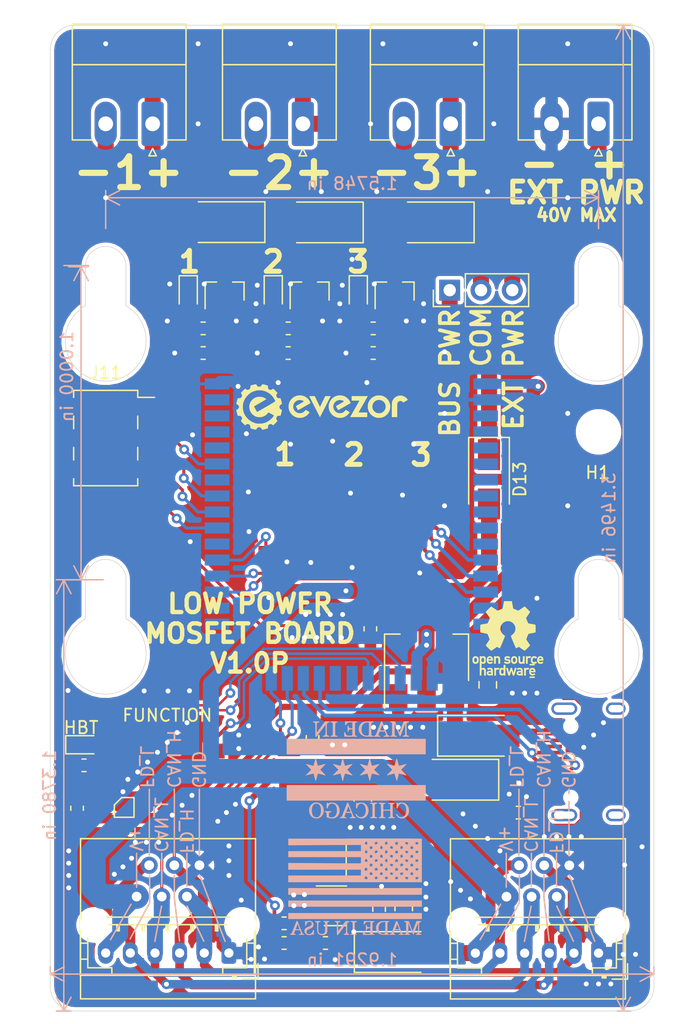
<source format=kicad_pcb>
(kicad_pcb (version 20171130) (host pcbnew "(5.1.5)-3")
  (layers (0 F.Cu signal) (31 B.Cu signal) (34 B.Paste user) (35 F.Paste user) (36 B.SilkS user) (37 F.SilkS user) (38 B.Mask user) (39 F.Mask user) (44 Edge.Cuts user))
  (net 0 "")
  (net 1 "Net-(C1-Pad2)")
  (net 2 "Net-(C1-Pad1)")
  (net 3 "Net-(C2-Pad2)")
  (net 4 +48V)
  (net 5 GND)
  (net 6 /CAN_H)
  (net 7 /CAN_L)
  (net 8 +3V3)
  (net 9 /FD_H)
  (net 10 /FD_L)
  (net 11 /RESET)
  (net 12 "Net-(U3-Pad22)")
  (net 13 "Net-(U3-Pad23)")
  (net 14 "Net-(U3-Pad16)")
  (net 15 "Net-(U3-Pad28)")
  (net 16 "Net-(U3-Pad15)")
  (net 17 "Net-(U3-Pad11)")
  (net 18 "Net-(U3-Pad10)")
  (net 19 "Net-(U3-Pad9)")
  (net 20 "Net-(U3-Pad8)")
  (net 21 "Net-(U3-Pad7)")
  (net 22 "Net-(U3-Pad6)")
  (net 23 "Net-(U3-Pad5)")
  (net 24 "Net-(U3-Pad29)")
  (net 25 "Net-(U3-Pad33)")
  (net 26 "Net-(U3-Pad37)")
  (net 27 /NEO_STATUS)
  (net 28 "Net-(U3-Pad3)")
  (net 29 "Net-(U3-Pad4)")
  (net 30 "Net-(C3-Pad1)")
  (net 31 /BOOT)
  (net 32 /D+)
  (net 33 /CC2)
  (net 34 /D-)
  (net 35 /CC1)
  (net 36 /VREG_OUT)
  (net 37 /USB_VCC)
  (net 38 /FUNCTION_BUTTON)
  (net 39 /HBT_LED)
  (net 40 "Net-(C7-Pad1)")
  (net 41 "Net-(D1-Pad2)")
  (net 42 "Net-(D2-Pad2)")
  (net 43 "Net-(D3-Pad2)")
  (net 44 "Net-(D5-Pad2)")
  (net 45 "Net-(D6-Pad2)")
  (net 46 "Net-(D7-Pad2)")
  (net 47 "Net-(D11-Pad1)")
  (net 48 "Net-(D12-Pad1)")
  (net 49 VBUS)
  (net 50 /Vout)
  (net 51 "Net-(J6-PadB8)")
  (net 52 "Net-(J6-PadA8)")
  (net 53 /FET_1)
  (net 54 /FET_2)
  (net 55 /FET_3)
  (net 56 "Net-(D13-Pad1)")
  (net 57 /OLED_SCL)
  (net 58 /OLED_SDA)
  (net 59 "Net-(U3-Pad42)")
  (net 60 "Net-(U3-Pad41)")
  (net 61 "Net-(U3-Pad40)")
  (net 62 "Net-(U3-Pad39)")
  (net 63 /BUTTON_1)
  (net 64 /BUTTON_2)
  (net 65 /BUTTON_3)
  (module Symbol:OSHW-Logo_5.7x6mm_SilkScreen (layer F.Cu) (at 137.64 120.75)
    (fp_text reference REF** hide)
    (fp_text value OSHW-Logo_5.7x6mm_SilkScreen hide)
  )
  (module EvezorLIB:SWITCH_2x3_SMD_TACTILE_GREEN (layer F.Cu) (at 129 110.15 90)
    (fp_text reference SW4)
    (fp_text value SW_Push)
    (pad 2 smd rect (at 3.85 0 90) (size 1.5 1.2) (layers F.Cu F.Paste F.Mask) (net 5 GND))
    (pad 1 smd rect (at -3.85 0 90) (size 1.5 1.2) (layers F.Cu F.Paste F.Mask) (net 65 /BUTTON_3))
  )
  (module EvezorLIB:SWITCH_2x3_SMD_TACTILE_GREEN (layer F.Cu) (at 123.5 110.15 90)
    (fp_text reference SW3)
    (fp_text value SW_Push)
    (pad 2 smd rect (at 3.85 0 90) (size 1.5 1.2) (layers F.Cu F.Paste F.Mask) (net 5 GND))
    (pad 1 smd rect (at -3.85 0 90) (size 1.5 1.2) (layers F.Cu F.Paste F.Mask) (net 64 /BUTTON_2))
  )
  (module EvezorLIB:SWITCH_2x3_SMD_TACTILE_GREEN (layer F.Cu) (at 118 110.15 90)
    (fp_text reference SW2)
    (fp_text value SW_Push)
    (pad 2 smd rect (at 3.85 0 90) (size 1.5 1.2) (layers F.Cu F.Paste F.Mask) (net 5 GND))
    (pad 1 smd rect (at -3.85 0 90) (size 1.5 1.2) (layers F.Cu F.Paste F.Mask) (net 63 /BUTTON_1))
  )
  (module Evezor_extras:OLED_HEADER (layer F.Cu) (at 105 104.5)
    (fp_text reference J11 (at 0 -5.31) (layer F.SilkS))
    (fp_text value Conn_02x03_Odd_Even)
    (pad 6 smd rect (at -2.52 2.54) (size 3 1) (layers F.Cu F.Paste F.Mask) (net 8 +3V3))
    (pad 5 smd rect (at 2.52 2.54) (size 3 1) (layers F.Cu F.Paste F.Mask) (net 57 /OLED_SCL))
    (pad 4 smd rect (at -2.52 0) (size 3 1) (layers F.Cu F.Paste F.Mask) (net 58 /OLED_SDA))
    (pad 3 smd rect (at 2.52 0) (size 3 1) (layers F.Cu F.Paste F.Mask) (net 31 /BOOT))
    (pad 2 smd rect (at -2.52 -2.54) (size 3 1) (layers F.Cu F.Paste F.Mask) (net 11 /RESET))
    (pad 1 smd rect (at 2.52 -2.54) (size 3 1) (layers F.Cu F.Paste F.Mask) (net 5 GND))
  )
  (module Evezor_extras:OLED_STANDOFF (layer F.Cu) (at 145 104)
    (fp_text reference H1 (at -0.0635 3.302) (layer F.SilkS))
    (fp_text value MountingHole)
    (pad "" np_thru_hole circle (at 0 0) (size 3.1 3.1) (drill 3.1) (layers *.Cu *.Mask))
  )
  (module Diode_SMD:D_SMA (layer F.Cu) (at 136.11 107.85 270)
    (fp_text reference D13 (at 0 -2.5 90) (layer F.SilkS))
    (fp_text value SX35_SCHOTTKY)
    (pad 2 smd rect (at 2 0 270) (size 2.5 1.8) (layers F.Cu F.Paste F.Mask) (net 4 +48V))
    (pad 1 smd rect (at -2 0 270) (size 2.5 1.8) (layers F.Cu F.Paste F.Mask) (net 56 "Net-(D13-Pad1)"))
  )
  (module EvezorLIB:LED_SK6812MINI_PLCC4_3.5x3.5mm_P1.75mm (layer F.Cu) (at 106.5 134.475 180)
    (fp_text reference D12)
    (fp_text value SK6812MINI)
    (pad 1 smd rect (at -1.75 -0.875 180) (size 1.6 0.85) (layers F.Cu F.Paste F.Mask) (net 48 "Net-(D12-Pad1)"))
    (pad 2 smd rect (at -1.75 0.875 180) (size 1.6 0.85) (layers F.Cu F.Paste F.Mask) (net 5 GND))
    (pad 4 smd rect (at 1.75 -0.875 180) (size 1.6 0.85) (layers F.Cu F.Paste F.Mask) (net 8 +3V3))
    (pad 3 smd rect (at 1.75 0.875 180) (size 1.6 0.85) (layers F.Cu F.Paste F.Mask) (net 27 /NEO_STATUS))
  )
  (module EvezorLIB:evezor_18 (layer F.Cu) (at 124.68 101.95)
    (fp_text reference G*** hide)
    (fp_text value LOGO hide)
  )
  (module EvezorLIB:LOGO_37 (layer F.Cu) (at 117.45 101.97)
    (fp_text reference G*** hide)
    (fp_text value LOGO hide)
  )
  (module "Evezor_extras:MADE IN USA" (layer B.Cu) (at 125.24 140.92 180)
    (fp_text reference G*** hide)
    (fp_text value LOGO hide)
  )
  (module Evezor_extras:MADE_IN_CHICAGO (layer B.Cu) (at 125.34 131.42 180)
    (fp_text reference G*** hide)
    (fp_text value LOGO hide)
  )
  (module EvezorLIB:EDGE_STAMP (layer B.Cu) (at 124.94 123.6 180)
    (fp_text reference U3)
    (fp_text value EDGE_STM32F405_CPU_V1)
    (pad 43 smd custom (at 10.9 23.5 90) (size 0.9 2) (layers B.Cu B.Paste B.Mask) (net 5 GND) (options (clearance outline) (anchor rect)) (primitives))
    (pad 42 smd custom (at 10.9 22.2 90) (size 0.9 2) (layers B.Cu B.Paste B.Mask) (net 59 "Net-(U3-Pad42)") (options (clearance outline) (anchor rect)) (primitives))
    (pad 41 smd custom (at 10.9 20.9 90) (size 0.9 2) (layers B.Cu B.Paste B.Mask) (net 60 "Net-(U3-Pad41)") (options (clearance outline) (anchor rect)) (primitives))
    (pad 40 smd custom (at 10.9 19.6 90) (size 0.9 2) (layers B.Cu B.Paste B.Mask) (net 61 "Net-(U3-Pad40)") (options (clearance outline) (anchor rect)) (primitives))
    (pad 39 smd custom (at 10.9 18.3 90) (size 0.9 2) (layers B.Cu B.Paste B.Mask) (net 62 "Net-(U3-Pad39)") (options (clearance outline) (anchor rect)) (primitives))
    (pad 38 smd custom (at 10.9 17 90) (size 0.9 2) (layers B.Cu B.Paste B.Mask) (net 11 /RESET) (options (clearance outline) (anchor rect)) (primitives))
    (pad 37 smd custom (at 10.9 15.7 90) (size 0.9 2) (layers B.Cu B.Paste B.Mask) (net 26 "Net-(U3-Pad37)") (options (clearance outline) (anchor rect)) (primitives))
    (pad 36 smd custom (at 10.9 14.4 90) (size 0.9 2) (layers B.Cu B.Paste B.Mask) (net 31 /BOOT) (options (clearance outline) (anchor rect)) (primitives))
    (pad 35 smd custom (at 10.9 13.1 90) (size 0.9 2) (layers B.Cu B.Paste B.Mask) (net 58 /OLED_SDA) (options (clearance outline) (anchor rect)) (primitives))
    (pad 34 smd custom (at 10.9 11.8 90) (size 0.9 2) (layers B.Cu B.Paste B.Mask) (net 57 /OLED_SCL) (options (clearance outline) (anchor rect)) (primitives))
    (pad 33 smd custom (at 10.9 10.5 90) (size 0.9 2) (layers B.Cu B.Paste B.Mask) (net 25 "Net-(U3-Pad33)") (options (clearance outline) (anchor rect)) (primitives))
    (pad 32 smd custom (at 10.9 9.2 90) (size 0.9 2) (layers B.Cu B.Paste B.Mask) (net 63 /BUTTON_1) (options (clearance outline) (anchor rect)) (primitives))
    (pad 31 smd custom (at 10.9 7.9 90) (size 0.9 2) (layers B.Cu B.Paste B.Mask) (net 64 /BUTTON_2) (options (clearance outline) (anchor rect)) (primitives))
    (pad 30 smd custom (at 10.9 6.6 90) (size 0.9 2) (layers B.Cu B.Paste B.Mask) (net 65 /BUTTON_3) (options (clearance outline) (anchor rect)) (primitives))
    (pad 29 smd custom (at 10.9 5.3 90) (size 0.9 2) (layers B.Cu B.Paste B.Mask) (net 24 "Net-(U3-Pad29)") (options (clearance outline) (anchor rect)) (primitives))
    (pad 1 smd custom (at -10.9 23.5 90) (size 0.9 2) (layers B.Cu B.Paste B.Mask) (net 8 +3V3) (options (clearance outline) (anchor rect)) (primitives))
    (pad 2 smd custom (at -10.9 22.2 90) (size 0.9 2) (layers B.Cu B.Paste B.Mask) (net 5 GND) (options (clearance outline) (anchor rect)) (primitives))
    (pad 3 smd custom (at -10.9 20.9 90) (size 0.9 2) (layers B.Cu B.Paste B.Mask) (net 28 "Net-(U3-Pad3)") (options (clearance outline) (anchor rect)) (primitives))
    (pad 4 smd custom (at -10.9 19.6 90) (size 0.9 2) (layers B.Cu B.Paste B.Mask) (net 29 "Net-(U3-Pad4)") (options (clearance outline) (anchor rect)) (primitives))
    (pad 5 smd custom (at -10.9 18.3 90) (size 0.9 2) (layers B.Cu B.Paste B.Mask) (net 23 "Net-(U3-Pad5)") (options (clearance outline) (anchor rect)) (primitives))
    (pad 6 smd custom (at -10.9 17 90) (size 0.9 2) (layers B.Cu B.Paste B.Mask) (net 22 "Net-(U3-Pad6)") (options (clearance outline) (anchor rect)) (primitives))
    (pad 7 smd custom (at -10.9 15.7 90) (size 0.9 2) (layers B.Cu B.Paste B.Mask) (net 21 "Net-(U3-Pad7)") (options (clearance outline) (anchor rect)) (primitives))
    (pad 8 smd custom (at -10.9 14.4 90) (size 0.9 2) (layers B.Cu B.Paste B.Mask) (net 20 "Net-(U3-Pad8)") (options (clearance outline) (anchor rect)) (primitives))
    (pad 9 smd custom (at -10.9 13.1 90) (size 0.9 2) (layers B.Cu B.Paste B.Mask) (net 19 "Net-(U3-Pad9)") (options (clearance outline) (anchor rect)) (primitives))
    (pad 10 smd custom (at -10.9 11.8 90) (size 0.9 2) (layers B.Cu B.Paste B.Mask) (net 18 "Net-(U3-Pad10)") (options (clearance outline) (anchor rect)) (primitives))
    (pad 11 smd custom (at -10.9 10.5 90) (size 0.9 2) (layers B.Cu B.Paste B.Mask) (net 17 "Net-(U3-Pad11)") (options (clearance outline) (anchor rect)) (primitives))
    (pad 12 smd custom (at -10.9 9.2 90) (size 0.9 2) (layers B.Cu B.Paste B.Mask) (net 55 /FET_3) (options (clearance outline) (anchor rect)) (primitives))
    (pad 13 smd custom (at -10.9 7.9 90) (size 0.9 2) (layers B.Cu B.Paste B.Mask) (net 54 /FET_2) (options (clearance outline) (anchor rect)) (primitives))
    (pad 14 smd custom (at -10.9 6.6 90) (size 0.9 2) (layers B.Cu B.Paste B.Mask) (net 53 /FET_1) (options (clearance outline) (anchor rect)) (primitives))
    (pad 15 smd custom (at -10.9 5.3 90) (size 0.9 2) (layers B.Cu B.Paste B.Mask) (net 16 "Net-(U3-Pad15)") (options (clearance outline) (anchor rect)) (primitives))
    (pad 28 smd custom (at 10.9 4 90) (size 0.9 2) (layers B.Cu B.Paste B.Mask) (net 15 "Net-(U3-Pad28)") (options (clearance outline) (anchor rect)) (primitives))
    (pad 16 smd custom (at -10.9 4 90) (size 0.9 2) (layers B.Cu B.Paste B.Mask) (net 14 "Net-(U3-Pad16)") (options (clearance outline) (anchor rect)) (primitives))
    (pad 27 smd custom (at 6.5 -0.4 180) (size 0.9 2) (layers B.Cu B.Paste B.Mask) (net 7 /CAN_L) (options (clearance outline) (anchor rect)) (primitives))
    (pad 26 smd custom (at 5.2 -0.4 180) (size 0.9 2) (layers B.Cu B.Paste B.Mask) (net 6 /CAN_H) (options (clearance outline) (anchor rect)) (primitives))
    (pad 25 smd custom (at 3.9 -0.4 180) (size 0.9 2) (layers B.Cu B.Paste B.Mask) (net 32 /D+) (options (clearance outline) (anchor rect)) (primitives))
    (pad 24 smd custom (at 2.6 -0.4 180) (size 0.9 2) (layers B.Cu B.Paste B.Mask) (net 34 /D-) (options (clearance outline) (anchor rect)) (primitives))
    (pad 23 smd custom (at 1.3 -0.4 180) (size 0.9 2) (layers B.Cu B.Paste B.Mask) (net 13 "Net-(U3-Pad23)") (options (clearance outline) (anchor rect)) (primitives))
    (pad 22 smd custom (at -0.06 -0.4 180) (size 0.9 2) (layers B.Cu B.Paste B.Mask) (net 12 "Net-(U3-Pad22)") (options (clearance outline) (anchor rect)) (primitives))
    (pad 21 smd custom (at -1.36 -0.4 180) (size 0.9 2) (layers B.Cu B.Paste B.Mask) (net 38 /FUNCTION_BUTTON) (options (clearance outline) (anchor rect)) (primitives))
    (pad 20 smd custom (at -2.66 -0.4 180) (size 0.9 2) (layers B.Cu B.Paste B.Mask) (net 39 /HBT_LED) (options (clearance outline) (anchor rect)) (primitives))
    (pad 19 smd custom (at -3.96 -0.4 180) (size 0.9 2) (layers B.Cu B.Paste B.Mask) (net 27 /NEO_STATUS) (options (clearance outline) (anchor rect)) (primitives))
    (pad 18 smd custom (at -5.26 -0.4 180) (size 0.9 2) (layers B.Cu B.Paste B.Mask) (net 8 +3V3) (options (clearance outline) (anchor rect)) (primitives))
    (pad 17 smd custom (at -6.56 -0.4 180) (size 0.9 2) (layers B.Cu B.Paste B.Mask) (net 5 GND) (options (clearance outline) (anchor rect)) (primitives))
  )
  (module EvezorLIB:USB_C_Receptacle_HRO_TYPE-C-31-M-12 (layer F.Cu) (at 145.35 130.78 90)
    (fp_text reference J6)
    (fp_text value USB_C_Receptacle_USB2.0)
    (pad B1 smd rect (at 3.25 -4.045 90) (size 0.6 1.45) (layers F.Cu F.Paste F.Mask) (net 5 GND))
    (pad A9 smd rect (at 2.45 -4.045 90) (size 0.6 1.45) (layers F.Cu F.Paste F.Mask) (net 37 /USB_VCC))
    (pad B9 smd rect (at -2.45 -4.045 90) (size 0.6 1.45) (layers F.Cu F.Paste F.Mask) (net 37 /USB_VCC))
    (pad B12 smd rect (at -3.25 -4.045 90) (size 0.6 1.45) (layers F.Cu F.Paste F.Mask) (net 5 GND))
    (pad A1 smd rect (at -3.25 -4.045 90) (size 0.6 1.45) (layers F.Cu F.Paste F.Mask) (net 5 GND))
    (pad A4 smd rect (at -2.45 -4.045 90) (size 0.6 1.45) (layers F.Cu F.Paste F.Mask) (net 37 /USB_VCC))
    (pad B4 smd rect (at 2.45 -4.045 90) (size 0.6 1.45) (layers F.Cu F.Paste F.Mask) (net 37 /USB_VCC))
    (pad A12 smd rect (at 3.25 -4.045 90) (size 0.6 1.45) (layers F.Cu F.Paste F.Mask) (net 5 GND))
    (pad B8 smd rect (at -1.75 -4.045 90) (size 0.3 1.45) (layers F.Cu F.Paste F.Mask) (net 51 "Net-(J6-PadB8)"))
    (pad A5 smd rect (at -1.25 -4.045 90) (size 0.3 1.45) (layers F.Cu F.Paste F.Mask) (net 35 /CC1))
    (pad B7 smd rect (at -0.75 -4.045 90) (size 0.3 1.45) (layers F.Cu F.Paste F.Mask) (net 34 /D-))
    (pad A7 smd rect (at 0.25 -4.045 90) (size 0.3 1.45) (layers F.Cu F.Paste F.Mask) (net 34 /D-))
    (pad B6 smd rect (at 0.75 -4.045 90) (size 0.3 1.45) (layers F.Cu F.Paste F.Mask) (net 32 /D+))
    (pad A8 smd rect (at 1.25 -4.045 90) (size 0.3 1.45) (layers F.Cu F.Paste F.Mask) (net 52 "Net-(J6-PadA8)"))
    (pad B5 smd rect (at 1.75 -4.045 90) (size 0.3 1.45) (layers F.Cu F.Paste F.Mask) (net 33 /CC2))
    (pad A6 smd rect (at -0.25 -4.045 90) (size 0.3 1.45) (layers F.Cu F.Paste F.Mask) (net 32 /D+))
    (pad "" thru_hole oval (at 4.32 -3.13 90) (size 1 2.1) (drill oval 0.6 1.7) (layers *.Cu *.Mask))
    (pad "" thru_hole oval (at -4.32 -3.13 90) (size 1 2.1) (drill oval 0.6 1.7) (layers *.Cu *.Mask))
    (pad "" np_thru_hole circle (at -2.89 -2.6 90) (size 0.65 0.65) (drill 0.65) (layers *.Cu *.Mask))
    (pad "" thru_hole oval (at -4.32 1.05 90) (size 1 1.6) (drill oval 0.6 1.2) (layers *.Cu *.Mask))
    (pad "" np_thru_hole circle (at 2.89 -2.6 90) (size 0.65 0.65) (drill 0.65) (layers *.Cu *.Mask))
    (pad "" thru_hole oval (at 4.32 1.05 90) (size 1 1.6) (drill oval 0.6 1.2) (layers *.Cu *.Mask))
  )
  (module Capacitor_SMD:C_0603_1608Metric (layer F.Cu) (at 102.68 134.5425 270)
    (fp_text reference C10)
    (fp_text value C_Small)
    (pad 2 smd roundrect (at 0.7875 0 270) (size 0.875 0.95) (layers F.Cu F.Paste F.Mask) (net 8 +3V3))
    (pad 1 smd roundrect (at -0.7875 0 270) (size 0.875 0.95) (layers F.Cu F.Paste F.Mask) (net 5 GND))
  )
  (module Connector_JST:JST_PH_B6B-PH-K_1x06_P2.00mm_Vertical (layer F.Cu) (at 115 146.29 180)
    (fp_text reference J8)
    (fp_text value PH)
    (pad 6 thru_hole oval (at 10 0 180) (size 1.2 1.75) (drill 0.75) (layers *.Cu *.Mask) (net 4 +48V))
    (pad 5 thru_hole oval (at 8 0 180) (size 1.2 1.75) (drill 0.75) (layers *.Cu *.Mask) (net 10 /FD_L))
    (pad 4 thru_hole oval (at 6 0 180) (size 1.2 1.75) (drill 0.75) (layers *.Cu *.Mask) (net 7 /CAN_L))
    (pad 3 thru_hole oval (at 4 0 180) (size 1.2 1.75) (drill 0.75) (layers *.Cu *.Mask) (net 6 /CAN_H))
    (pad 2 thru_hole oval (at 2 0 180) (size 1.2 1.75) (drill 0.75) (layers *.Cu *.Mask) (net 9 /FD_H))
    (pad 1 thru_hole roundrect (at 0 0 180) (size 1.2 1.75) (drill 0.75) (layers *.Cu *.Mask) (roundrect_rratio 0.208333) (net 5 GND))
  )
  (module Capacitor_SMD:C_0603_1608Metric (layer F.Cu) (at 127.83 133.5975 270)
    (fp_text reference C5)
    (fp_text value .1uF)
    (pad 2 smd roundrect (at 0.7875 0 270) (size 0.875 0.95) (layers F.Cu F.Paste F.Mask) (net 5 GND))
    (pad 1 smd roundrect (at -0.7875 0 270) (size 0.875 0.95) (layers F.Cu F.Paste F.Mask) (net 36 /VREG_OUT))
  )
  (module Capacitor_SMD:C_0805_2012Metric (layer F.Cu) (at 125.87 133.7 270)
    (fp_text reference C6)
    (fp_text value 22uF)
    (pad 2 smd roundrect (at 0.9375 0 270) (size 0.975 1.4) (layers F.Cu F.Paste F.Mask) (net 5 GND))
    (pad 1 smd roundrect (at -0.9375 0 270) (size 0.975 1.4) (layers F.Cu F.Paste F.Mask) (net 36 /VREG_OUT))
  )
  (module Capacitor_SMD:C_0603_1608Metric (layer F.Cu) (at 122.5625 139.71 180)
    (fp_text reference C1)
    (fp_text value .1uF)
    (pad 2 smd roundrect (at 0.7875 0 180) (size 0.875 0.95) (layers F.Cu F.Paste F.Mask) (net 1 "Net-(C1-Pad2)"))
    (pad 1 smd roundrect (at -0.7875 0 180) (size 0.875 0.95) (layers F.Cu F.Paste F.Mask) (net 2 "Net-(C1-Pad1)"))
  )
  (module Capacitor_SMD:C_0603_1608Metric (layer F.Cu) (at 119.4825 143.88)
    (fp_text reference C2)
    (fp_text value .1uF)
    (pad 2 smd roundrect (at 0.7875 0) (size 0.875 0.95) (layers F.Cu F.Paste F.Mask) (net 3 "Net-(C2-Pad2)"))
    (pad 1 smd roundrect (at -0.7875 0) (size 0.875 0.95) (layers F.Cu F.Paste F.Mask) (net 36 /VREG_OUT))
  )
  (module Capacitor_SMD:C_0805_2012Metric (layer F.Cu) (at 129.19 142.5975 90)
    (fp_text reference C4)
    (fp_text value 4.7uF)
    (pad 2 smd roundrect (at 0.9375 0 90) (size 0.975 1.4) (layers F.Cu F.Paste F.Mask) (net 5 GND))
    (pad 1 smd roundrect (at -0.9375 0 90) (size 0.975 1.4) (layers F.Cu F.Paste F.Mask) (net 30 "Net-(C3-Pad1)"))
  )
  (module EvezorLIB:RJ11_C189747_Horizontal (layer F.Cu) (at 140.079999 141.719999 180)
    (fp_text reference J9)
    (fp_text value RJ11)
    (pad "" np_thru_hole circle (at 6 -2.3) (size 2.3 2.3) (drill 2.3) (layers *.Cu *.Mask))
    (pad "" np_thru_hole circle (at -6 -2.3 180) (size 2.3 2.3) (drill 2.3) (layers *.Cu *.Mask))
    (pad 5 thru_hole circle (at 1.53 2.54 180) (size 1.39 1.39) (drill 0.79) (layers *.Cu *.Mask) (net 10 /FD_L))
    (pad 3 thru_hole circle (at -0.51 2.54 180) (size 1.39 1.39) (drill 0.79) (layers *.Cu *.Mask) (net 6 /CAN_H))
    (pad 1 thru_hole circle (at -2.55 2.54 180) (size 1.39 1.39) (drill 0.79) (layers *.Cu *.Mask) (net 5 GND))
    (pad 6 thru_hole circle (at 2.55 0 180) (size 1.39 1.39) (drill 0.79) (layers *.Cu *.Mask) (net 4 +48V))
    (pad 4 thru_hole circle (at 0.51 0 180) (size 1.39 1.39) (drill 0.79) (layers *.Cu *.Mask) (net 7 /CAN_L))
    (pad 2 thru_hole circle (at -1.53 0 180) (size 1.39 1.39) (drill 0.79) (layers *.Cu *.Mask) (net 9 /FD_H))
  )
  (module EvezorLIB:RJ11_C189747_Horizontal (layer F.Cu) (at 110.059999 141.709999 180)
    (fp_text reference J10)
    (fp_text value RJ11)
    (pad "" np_thru_hole circle (at 6 -2.3) (size 2.3 2.3) (drill 2.3) (layers *.Cu *.Mask))
    (pad "" np_thru_hole circle (at -6 -2.3 180) (size 2.3 2.3) (drill 2.3) (layers *.Cu *.Mask))
    (pad 5 thru_hole circle (at 1.53 2.54 180) (size 1.39 1.39) (drill 0.79) (layers *.Cu *.Mask) (net 10 /FD_L))
    (pad 3 thru_hole circle (at -0.51 2.54 180) (size 1.39 1.39) (drill 0.79) (layers *.Cu *.Mask) (net 6 /CAN_H))
    (pad 1 thru_hole circle (at -2.55 2.54 180) (size 1.39 1.39) (drill 0.79) (layers *.Cu *.Mask) (net 5 GND))
    (pad 6 thru_hole circle (at 2.55 0 180) (size 1.39 1.39) (drill 0.79) (layers *.Cu *.Mask) (net 4 +48V))
    (pad 4 thru_hole circle (at 0.51 0 180) (size 1.39 1.39) (drill 0.79) (layers *.Cu *.Mask) (net 7 /CAN_L))
    (pad 2 thru_hole circle (at -1.53 0 180) (size 1.39 1.39) (drill 0.79) (layers *.Cu *.Mask) (net 9 /FD_H))
  )
  (module Connector_JST:JST_PH_B6B-PH-K_1x06_P2.00mm_Vertical (layer F.Cu) (at 145 146.3 180)
    (fp_text reference J7)
    (fp_text value PH)
    (pad 6 thru_hole oval (at 10 0 180) (size 1.2 1.75) (drill 0.75) (layers *.Cu *.Mask) (net 4 +48V))
    (pad 5 thru_hole oval (at 8 0 180) (size 1.2 1.75) (drill 0.75) (layers *.Cu *.Mask) (net 10 /FD_L))
    (pad 4 thru_hole oval (at 6 0 180) (size 1.2 1.75) (drill 0.75) (layers *.Cu *.Mask) (net 7 /CAN_L))
    (pad 3 thru_hole oval (at 4 0 180) (size 1.2 1.75) (drill 0.75) (layers *.Cu *.Mask) (net 6 /CAN_H))
    (pad 2 thru_hole oval (at 2 0 180) (size 1.2 1.75) (drill 0.75) (layers *.Cu *.Mask) (net 9 /FD_H))
    (pad 1 thru_hole roundrect (at 0 0 180) (size 1.2 1.75) (drill 0.75) (layers *.Cu *.Mask) (roundrect_rratio 0.208333) (net 5 GND))
  )
  (module Resistor_SMD:R_0603_1608Metric (layer F.Cu) (at 122.8375 145.48 180)
    (fp_text reference R1)
    (fp_text value 15k)
    (pad 2 smd roundrect (at 0.7875 0 180) (size 0.875 0.95) (layers F.Cu F.Paste F.Mask) (net 3 "Net-(C2-Pad2)"))
    (pad 1 smd roundrect (at -0.7875 0 180) (size 0.875 0.95) (layers F.Cu F.Paste F.Mask) (net 5 GND))
  )
  (module Resistor_SMD:R_0603_1608Metric (layer F.Cu) (at 119.4825 145.48)
    (fp_text reference R8)
    (fp_text value 82k)
    (pad 2 smd roundrect (at 0.7875 0) (size 0.875 0.95) (layers F.Cu F.Paste F.Mask) (net 3 "Net-(C2-Pad2)"))
    (pad 1 smd roundrect (at -0.7875 0) (size 0.875 0.95) (layers F.Cu F.Paste F.Mask) (net 36 /VREG_OUT))
  )
  (module Package_TO_SOT_SMD:SOT-23-6 (layer F.Cu) (at 123.65 142.46)
    (fp_text reference U1)
    (fp_text value SY8401ABC)
    (pad 5 smd rect (at 1.1 0) (size 1.06 0.65) (layers F.Cu F.Paste F.Mask) (net 30 "Net-(C3-Pad1)"))
    (pad 6 smd rect (at 1.1 -0.95) (size 1.06 0.65) (layers F.Cu F.Paste F.Mask) (net 2 "Net-(C1-Pad1)"))
    (pad 4 smd rect (at 1.1 0.95) (size 1.06 0.65) (layers F.Cu F.Paste F.Mask) (net 30 "Net-(C3-Pad1)"))
    (pad 3 smd rect (at -1.1 0.95) (size 1.06 0.65) (layers F.Cu F.Paste F.Mask) (net 3 "Net-(C2-Pad2)"))
    (pad 2 smd rect (at -1.1 0) (size 1.06 0.65) (layers F.Cu F.Paste F.Mask) (net 5 GND))
    (pad 1 smd rect (at -1.1 -0.95) (size 1.06 0.65) (layers F.Cu F.Paste F.Mask) (net 1 "Net-(C1-Pad2)"))
  )
  (module Capacitor_SMD:C_0603_1608Metric (layer F.Cu) (at 127.19 142.7475 90)
    (fp_text reference C3)
    (fp_text value .1uF)
    (pad 2 smd roundrect (at 0.7875 0 90) (size 0.875 0.95) (layers F.Cu F.Paste F.Mask) (net 5 GND))
    (pad 1 smd roundrect (at -0.7875 0 90) (size 0.875 0.95) (layers F.Cu F.Paste F.Mask) (net 30 "Net-(C3-Pad1)"))
  )
  (module Diode_SMD:D_SMA (layer F.Cu) (at 127.92 138.72)
    (fp_text reference D4)
    (fp_text value SX35_SCHOTTKY)
    (pad 2 smd rect (at 2 0) (size 2.5 1.8) (layers F.Cu F.Paste F.Mask) (net 5 GND))
    (pad 1 smd rect (at -2 0) (size 2.5 1.8) (layers F.Cu F.Paste F.Mask) (net 2 "Net-(C1-Pad1)"))
  )
  (module LED_SMD:LED_0603_1608Metric (layer F.Cu) (at 103.2425 129.39)
    (fp_text reference D11)
    (fp_text value LED)
    (pad 2 smd roundrect (at 0.7875 0) (size 0.875 0.95) (layers F.Cu F.Paste F.Mask) (net 39 /HBT_LED))
    (pad 1 smd roundrect (at -0.7875 0) (size 0.875 0.95) (layers F.Cu F.Paste F.Mask) (net 47 "Net-(D11-Pad1)"))
  )
  (module EvezorLIB:INDUCTOR_7.5X6.6_GCDA0630-220MC (layer F.Cu) (at 120.84 134.845 90)
    (fp_text reference L1)
    (fp_text value 22uH)
    (pad 2 smd rect (at 2.695 0 90) (size 1.98 3.43) (layers F.Cu F.Paste F.Mask) (net 36 /VREG_OUT))
    (pad 1 smd rect (at -2.695 0 90) (size 1.98 3.43) (layers F.Cu F.Paste F.Mask) (net 2 "Net-(C1-Pad1)"))
  )
  (module Resistor_SMD:R_0603_1608Metric (layer F.Cu) (at 103.2425 131.06 180)
    (fp_text reference R13)
    (fp_text value 15k)
    (pad 2 smd roundrect (at 0.7875 0 180) (size 0.875 0.95) (layers F.Cu F.Paste F.Mask) (net 47 "Net-(D11-Pad1)"))
    (pad 1 smd roundrect (at -0.7875 0 180) (size 0.875 0.95) (layers F.Cu F.Paste F.Mask) (net 5 GND))
  )
  (module Package_TO_SOT_SMD:SOT-223-3_TabPin2 (layer F.Cu) (at 131.04 122.32 90)
    (fp_text reference U2)
    (fp_text value AMS1117-3.3)
    (pad 1 smd rect (at -3.15 -2.3 90) (size 2 1.5) (layers F.Cu F.Paste F.Mask) (net 5 GND))
    (pad 3 smd rect (at -3.15 2.3 90) (size 2 1.5) (layers F.Cu F.Paste F.Mask) (net 40 "Net-(C7-Pad1)"))
    (pad 2 smd rect (at -3.15 0 90) (size 2 1.5) (layers F.Cu F.Paste F.Mask) (net 8 +3V3))
    (pad 2 smd rect (at 3.15 0 90) (size 2 3.8) (layers F.Cu F.Paste F.Mask) (net 8 +3V3))
  )
  (module Diode_SMD:D_SMA (layer F.Cu) (at 128.58 146.21)
    (fp_text reference D8)
    (fp_text value SX35_SCHOTTKY)
    (pad 1 smd rect (at -2 0) (size 2.5 1.8) (layers F.Cu F.Paste F.Mask) (net 30 "Net-(C3-Pad1)"))
    (pad 2 smd rect (at 2 0) (size 2.5 1.8) (layers F.Cu F.Paste F.Mask) (net 4 +48V))
  )
  (module Resistor_SMD:R_0603_1608Metric (layer F.Cu) (at 139.6125 123.4 180)
    (fp_text reference R9)
    (fp_text value 5.1k)
    (pad 2 smd roundrect (at 0.7875 0 180) (size 0.875 0.95) (layers F.Cu F.Paste F.Mask) (net 5 GND))
    (pad 1 smd roundrect (at -0.7875 0 180) (size 0.875 0.95) (layers F.Cu F.Paste F.Mask) (net 33 /CC2))
  )
  (module Resistor_SMD:R_0603_1608Metric (layer F.Cu) (at 138.4875 134.9 180)
    (fp_text reference R10)
    (fp_text value 5.1k)
    (pad 1 smd roundrect (at -0.7875 0 180) (size 0.875 0.95) (layers F.Cu F.Paste F.Mask) (net 35 /CC1))
    (pad 2 smd roundrect (at 0.7875 0 180) (size 0.875 0.95) (layers F.Cu F.Paste F.Mask) (net 5 GND))
  )
  (module Capacitor_SMD:C_0603_1608Metric (layer F.Cu) (at 121.79 128.8125 270)
    (fp_text reference C9)
    (fp_text value .1uF)
    (pad 1 smd roundrect (at -0.7875 0 270) (size 0.875 0.95) (layers F.Cu F.Paste F.Mask) (net 8 +3V3))
    (pad 2 smd roundrect (at 0.7875 0 270) (size 0.875 0.95) (layers F.Cu F.Paste F.Mask) (net 5 GND))
  )
  (module Diode_SMD:D_SMA (layer F.Cu) (at 135.34 128.66)
    (fp_text reference D9)
    (fp_text value SX35_SCHOTTKY)
    (pad 2 smd rect (at 2 0) (size 2.5 1.8) (layers F.Cu F.Paste F.Mask) (net 37 /USB_VCC))
    (pad 1 smd rect (at -2 0) (size 2.5 1.8) (layers F.Cu F.Paste F.Mask) (net 40 "Net-(C7-Pad1)"))
  )
  (module Diode_SMD:D_SMA (layer F.Cu) (at 133.5 132.23 180)
    (fp_text reference D10)
    (fp_text value SX35_SCHOTTKY)
    (pad 1 smd rect (at -2 0 180) (size 2.5 1.8) (layers F.Cu F.Paste F.Mask) (net 40 "Net-(C7-Pad1)"))
    (pad 2 smd rect (at 2 0 180) (size 2.5 1.8) (layers F.Cu F.Paste F.Mask) (net 36 /VREG_OUT))
  )
  (module EvezorLIB:SWITCH_2x3_SMD_TACTILE_GREEN (layer F.Cu) (at 110.05 129.9 180)
    (fp_text reference SW1)
    (fp_text value SW_Push)
    (pad 1 smd rect (at -3.85 0 180) (size 1.5 1.2) (layers F.Cu F.Paste F.Mask) (net 38 /FUNCTION_BUTTON))
    (pad 2 smd rect (at 3.85 0 180) (size 1.5 1.2) (layers F.Cu F.Paste F.Mask) (net 5 GND))
  )
  (module Capacitor_SMD:C_0805_2012Metric (layer F.Cu) (at 136.01 124.5275 90)
    (fp_text reference C7)
    (fp_text value 10uF)
    (pad 1 smd roundrect (at -0.9375 0 90) (size 0.975 1.4) (layers F.Cu F.Paste F.Mask) (net 40 "Net-(C7-Pad1)"))
    (pad 2 smd roundrect (at 0.9375 0 90) (size 0.975 1.4) (layers F.Cu F.Paste F.Mask) (net 5 GND))
  )
  (module Capacitor_SMD:C_0603_1608Metric (layer F.Cu) (at 126.48 119.9825 270)
    (fp_text reference C8)
    (fp_text value .1uF)
    (pad 1 smd roundrect (at -0.7875 0 270) (size 0.875 0.95) (layers F.Cu F.Paste F.Mask) (net 8 +3V3))
    (pad 2 smd roundrect (at 0.7875 0 270) (size 0.875 0.95) (layers F.Cu F.Paste F.Mask) (net 5 GND))
  )
  (module LED_SMD:LED_0603_1608Metric (layer F.Cu) (at 111.7 92.8125 270)
    (fp_text reference D1)
    (fp_text value LED)
    (pad 1 smd roundrect (at -0.7875 0 270) (size 0.875 0.95) (layers F.Cu F.Paste F.Mask) (net 5 GND))
    (pad 2 smd roundrect (at 0.7875 0 270) (size 0.875 0.95) (layers F.Cu F.Paste F.Mask) (net 41 "Net-(D1-Pad2)"))
  )
  (module LED_SMD:LED_0603_1608Metric (layer F.Cu) (at 118.6 92.8125 270)
    (fp_text reference D2)
    (fp_text value LED)
    (pad 1 smd roundrect (at -0.7875 0 270) (size 0.875 0.95) (layers F.Cu F.Paste F.Mask) (net 5 GND))
    (pad 2 smd roundrect (at 0.7875 0 270) (size 0.875 0.95) (layers F.Cu F.Paste F.Mask) (net 42 "Net-(D2-Pad2)"))
  )
  (module LED_SMD:LED_0603_1608Metric (layer F.Cu) (at 125.5 92.8125 270)
    (fp_text reference D3)
    (fp_text value LED)
    (pad 2 smd roundrect (at 0.7875 0 270) (size 0.875 0.95) (layers F.Cu F.Paste F.Mask) (net 43 "Net-(D3-Pad2)"))
    (pad 1 smd roundrect (at -0.7875 0 270) (size 0.875 0.95) (layers F.Cu F.Paste F.Mask) (net 5 GND))
  )
  (module Diode_SMD:D_SMA (layer F.Cu) (at 114.52 86.98 180)
    (fp_text reference D5)
    (fp_text value D)
    (pad 2 smd rect (at 2 0 180) (size 2.5 1.8) (layers F.Cu F.Paste F.Mask) (net 44 "Net-(D5-Pad2)"))
    (pad 1 smd rect (at -2 0 180) (size 2.5 1.8) (layers F.Cu F.Paste F.Mask) (net 50 /Vout))
  )
  (module Diode_SMD:D_SMA (layer F.Cu) (at 122.5 87 180)
    (fp_text reference D6)
    (fp_text value D)
    (pad 1 smd rect (at -2 0 180) (size 2.5 1.8) (layers F.Cu F.Paste F.Mask) (net 50 /Vout))
    (pad 2 smd rect (at 2 0 180) (size 2.5 1.8) (layers F.Cu F.Paste F.Mask) (net 45 "Net-(D6-Pad2)"))
  )
  (module Diode_SMD:D_SMA (layer F.Cu) (at 131.5 87 180)
    (fp_text reference D7)
    (fp_text value D)
    (pad 1 smd rect (at -2 0 180) (size 2.5 1.8) (layers F.Cu F.Paste F.Mask) (net 50 /Vout))
    (pad 2 smd rect (at 2 0 180) (size 2.5 1.8) (layers F.Cu F.Paste F.Mask) (net 46 "Net-(D7-Pad2)"))
  )
  (module Connector_PinHeader_2.54mm:PinHeader_1x03_P2.54mm_Vertical (layer F.Cu) (at 132.92 92.5 90)
    (fp_text reference J1)
    (fp_text value PWR_JUMPER)
    (pad 1 thru_hole rect (at 0 0 90) (size 1.7 1.7) (drill 1) (layers *.Cu *.Mask) (net 56 "Net-(D13-Pad1)"))
    (pad 2 thru_hole oval (at 0 2.54 90) (size 1.7 1.7) (drill 1) (layers *.Cu *.Mask) (net 50 /Vout))
    (pad 3 thru_hole oval (at 0 5.08 90) (size 1.7 1.7) (drill 1) (layers *.Cu *.Mask) (net 49 VBUS))
  )
  (module Package_TO_SOT_SMD:SOT-23 (layer F.Cu) (at 114.65 92.6 90)
    (fp_text reference Q1)
    (fp_text value T2N7002BK,LM‎)
    (pad 3 smd rect (at 1 0 90) (size 0.9 0.8) (layers F.Cu F.Paste F.Mask) (net 44 "Net-(D5-Pad2)"))
    (pad 2 smd rect (at -1 0.95 90) (size 0.9 0.8) (layers F.Cu F.Paste F.Mask) (net 5 GND))
    (pad 1 smd rect (at -1 -0.95 90) (size 0.9 0.8) (layers F.Cu F.Paste F.Mask) (net 53 /FET_1))
  )
  (module Package_TO_SOT_SMD:SOT-23 (layer F.Cu) (at 121.55 92.6 90)
    (fp_text reference Q2)
    (fp_text value T2N7002BK,LM‎)
    (pad 1 smd rect (at -1 -0.95 90) (size 0.9 0.8) (layers F.Cu F.Paste F.Mask) (net 54 /FET_2))
    (pad 2 smd rect (at -1 0.95 90) (size 0.9 0.8) (layers F.Cu F.Paste F.Mask) (net 5 GND))
    (pad 3 smd rect (at 1 0 90) (size 0.9 0.8) (layers F.Cu F.Paste F.Mask) (net 45 "Net-(D6-Pad2)"))
  )
  (module Package_TO_SOT_SMD:SOT-23 (layer F.Cu) (at 128.45 92.6 90)
    (fp_text reference Q3)
    (fp_text value T2N7002BK,LM‎)
    (pad 1 smd rect (at -1 -0.95 90) (size 0.9 0.8) (layers F.Cu F.Paste F.Mask) (net 55 /FET_3))
    (pad 2 smd rect (at -1 0.95 90) (size 0.9 0.8) (layers F.Cu F.Paste F.Mask) (net 5 GND))
    (pad 3 smd rect (at 1 0 90) (size 0.9 0.8) (layers F.Cu F.Paste F.Mask) (net 46 "Net-(D7-Pad2)"))
  )
  (module Resistor_SMD:R_0603_1608Metric (layer F.Cu) (at 112.9125 95.6 180)
    (fp_text reference R2)
    (fp_text value 1k)
    (pad 2 smd roundrect (at 0.7875 0 180) (size 0.875 0.95) (layers F.Cu F.Paste F.Mask) (net 41 "Net-(D1-Pad2)"))
    (pad 1 smd roundrect (at -0.7875 0 180) (size 0.875 0.95) (layers F.Cu F.Paste F.Mask) (net 53 /FET_1))
  )
  (module Resistor_SMD:R_0603_1608Metric (layer F.Cu) (at 112.9125 97.6)
    (fp_text reference R3)
    (fp_text value 10k)
    (pad 1 smd roundrect (at -0.7875 0) (size 0.875 0.95) (layers F.Cu F.Paste F.Mask) (net 5 GND))
    (pad 2 smd roundrect (at 0.7875 0) (size 0.875 0.95) (layers F.Cu F.Paste F.Mask) (net 53 /FET_1))
  )
  (module Resistor_SMD:R_0603_1608Metric (layer F.Cu) (at 119.8125 95.6 180)
    (fp_text reference R4)
    (fp_text value 1k)
    (pad 2 smd roundrect (at 0.7875 0 180) (size 0.875 0.95) (layers F.Cu F.Paste F.Mask) (net 42 "Net-(D2-Pad2)"))
    (pad 1 smd roundrect (at -0.7875 0 180) (size 0.875 0.95) (layers F.Cu F.Paste F.Mask) (net 54 /FET_2))
  )
  (module Resistor_SMD:R_0603_1608Metric (layer F.Cu) (at 119.8125 97.6)
    (fp_text reference R5)
    (fp_text value 10k)
    (pad 1 smd roundrect (at -0.7875 0) (size 0.875 0.95) (layers F.Cu F.Paste F.Mask) (net 5 GND))
    (pad 2 smd roundrect (at 0.7875 0) (size 0.875 0.95) (layers F.Cu F.Paste F.Mask) (net 54 /FET_2))
  )
  (module Resistor_SMD:R_0603_1608Metric (layer F.Cu) (at 126.7125 95.6 180)
    (fp_text reference R6)
    (fp_text value 1k)
    (pad 1 smd roundrect (at -0.7875 0 180) (size 0.875 0.95) (layers F.Cu F.Paste F.Mask) (net 55 /FET_3))
    (pad 2 smd roundrect (at 0.7875 0 180) (size 0.875 0.95) (layers F.Cu F.Paste F.Mask) (net 43 "Net-(D3-Pad2)"))
  )
  (module Resistor_SMD:R_0603_1608Metric (layer F.Cu) (at 126.7125 97.6)
    (fp_text reference R7)
    (fp_text value 10k)
    (pad 2 smd roundrect (at 0.7875 0) (size 0.875 0.95) (layers F.Cu F.Paste F.Mask) (net 55 /FET_3))
    (pad 1 smd roundrect (at -0.7875 0) (size 0.875 0.95) (layers F.Cu F.Paste F.Mask) (net 5 GND))
  )
  (module Connector_Phoenix_MC:PhoenixContact_MC_1,5_2-G-3.81_1x02_P3.81mm_Horizontal (layer F.Cu) (at 145 79 180)
    (fp_text reference J2)
    (fp_text value Conn_01x02)
    (pad 1 thru_hole roundrect (at 0 0 180) (size 1.8 3.6) (drill 1.2) (layers *.Cu *.Mask) (roundrect_rratio 0.138889) (net 49 VBUS))
    (pad 2 thru_hole oval (at 3.81 0 180) (size 1.8 3.6) (drill 1.2) (layers *.Cu *.Mask) (net 5 GND))
  )
  (module Connector_Phoenix_MC:PhoenixContact_MC_1,5_2-G-3.81_1x02_P3.81mm_Horizontal (layer F.Cu) (at 108.81 79 180)
    (fp_text reference J3)
    (fp_text value Conn_01x02)
    (pad 2 thru_hole oval (at 3.81 0 180) (size 1.8 3.6) (drill 1.2) (layers *.Cu *.Mask) (net 44 "Net-(D5-Pad2)"))
    (pad 1 thru_hole roundrect (at 0 0 180) (size 1.8 3.6) (drill 1.2) (layers *.Cu *.Mask) (roundrect_rratio 0.138889) (net 50 /Vout))
  )
  (module Connector_Phoenix_MC:PhoenixContact_MC_1,5_2-G-3.81_1x02_P3.81mm_Horizontal (layer F.Cu) (at 121 79 180)
    (fp_text reference J4)
    (fp_text value Conn_01x02)
    (pad 1 thru_hole roundrect (at 0 0 180) (size 1.8 3.6) (drill 1.2) (layers *.Cu *.Mask) (roundrect_rratio 0.138889) (net 50 /Vout))
    (pad 2 thru_hole oval (at 3.81 0 180) (size 1.8 3.6) (drill 1.2) (layers *.Cu *.Mask) (net 45 "Net-(D6-Pad2)"))
  )
  (module Connector_Phoenix_MC:PhoenixContact_MC_1,5_2-G-3.81_1x02_P3.81mm_Horizontal (layer F.Cu) (at 133 79 180)
    (fp_text reference J5)
    (fp_text value Conn_01x02)
    (pad 2 thru_hole oval (at 3.81 0 180) (size 1.8 3.6) (drill 1.2) (layers *.Cu *.Mask) (net 46 "Net-(D7-Pad2)"))
    (pad 1 thru_hole roundrect (at 0 0 180) (size 1.8 3.6) (drill 1.2) (layers *.Cu *.Mask) (roundrect_rratio 0.138889) (net 50 /Vout))
  )
  (gr_text "3\n" (at 130.6 105.88) (layer F.SilkS) (effects (font (size 1.7 1.7) (thickness 0.4))))
  (gr_text 2 (at 125.16 105.87) (layer F.SilkS) (effects (font (size 1.7 1.7) (thickness 0.4))))
  (gr_text 1 (at 119.55 105.84) (layer F.SilkS) (effects (font (size 1.7 1.7) (thickness 0.4))))
  (gr_text HBT (at 103 128) (layer F.SilkS) (effects (font (size 1 1))))
  (gr_text "40V MAX" (at 143.2 86.41) (layer F.SilkS) (effects (font (size 1 1) (thickness 0.25))))
  (gr_text "BUS PWR" (at 132.94 99.21 90) (layer F.SilkS) (effects (font (size 1.5 1.5) (thickness 0.3))))
  (gr_text "EXT PWR" (at 138.1 98.93 90) (layer F.SilkS) (effects (font (size 1.5 1.5) (thickness 0.3))))
  (gr_text COM (at 135.47 96.3 90) (layer F.SilkS) (effects (font (size 1.5 1.5) (thickness 0.3))))
  (gr_text "EXT PWR" (at 143.18 84.58) (layer F.SilkS) (effects (font (size 1.7 1.7) (thickness 0.4))))
  (gr_text + (at 145.89 82.15) (layer F.SilkS) (effects (font (size 2.5 2.5) (thickness 0.5))))
  (gr_text - (at 140.19 82.15) (layer F.SilkS) (effects (font (size 2.5 2.5) (thickness 0.5))))
  (gr_text "LOW POWER\nMOSFET BOARD\nV1.0P" (at 116.71 120.36) (layer F.SilkS) (effects (font (size 1.5 1.5) (thickness 0.35))))
  (gr_text "3\n" (at 125.5 90.2) (layer F.SilkS) (effects (font (size 1.7 1.7) (thickness 0.4))))
  (gr_text 2 (at 118.6 90.2) (layer F.SilkS) (effects (font (size 1.7 1.7) (thickness 0.4))))
  (gr_text 1 (at 111.8 90.2) (layer F.SilkS) (effects (font (size 1.7 1.7) (thickness 0.4))))
  (gr_text "3\n" (at 131.1 83) (layer F.SilkS) (effects (font (size 2.5 2.5) (thickness 0.5))))
  (gr_text - (at 128.2 82.8) (layer F.SilkS) (effects (font (size 2.5 2.5) (thickness 0.5))))
  (gr_text + (at 133.9 82.8) (layer F.SilkS) (effects (font (size 2.5 2.5) (thickness 0.5))))
  (gr_text 2 (at 119.1 83) (layer F.SilkS) (effects (font (size 2.5 2.5) (thickness 0.5))))
  (gr_text - (at 116.2 82.8) (layer F.SilkS) (effects (font (size 2.5 2.5) (thickness 0.5))))
  (gr_text + (at 121.9 82.8) (layer F.SilkS) (effects (font (size 2.5 2.5) (thickness 0.5))))
  (gr_text + (at 109.7 82.8) (layer F.SilkS) (effects (font (size 2.5 2.5) (thickness 0.5))))
  (gr_text - (at 104 82.8) (layer F.SilkS) (effects (font (size 2.5 2.5) (thickness 0.5))))
  (gr_text 1 (at 106.9 83) (layer F.SilkS) (effects (font (size 2.5 2.5) (thickness 0.5))))
  (gr_arc (start 105.000001 115.999999) (end 106.650001 115.999999) (angle -180) (layer Edge.Cuts) (width 0.05))
  (gr_line (start 103.35 119.163729) (end 103.35 115.999999) (layer Edge.Cuts) (width 0.05))
  (gr_arc (start 105 121.999999) (end 103.35 119.163729) (angle -299.6226003) (layer Edge.Cuts) (width 0.05))
  (gr_line (start 106.650001 119.163729) (end 106.650001 115.999999) (layer Edge.Cuts) (width 0.05))
  (gr_arc (start 102.500001 149) (end 100.500001 149) (angle -90) (layer Edge.Cuts) (width 0.05))
  (gr_line (start 100.500001 149) (end 100.5 73) (layer Edge.Cuts) (width 0.05))
  (gr_arc (start 102.5 73) (end 102.5 71) (angle -90) (layer Edge.Cuts) (width 0.05))
  (gr_line (start 102.5 71) (end 147.5 71) (layer Edge.Cuts) (width 0.05))
  (gr_arc (start 147.499999 73) (end 149.499999 73) (angle -90) (layer Edge.Cuts) (width 0.05))
  (gr_line (start 149.5 149) (end 149.499999 73) (layer Edge.Cuts) (width 0.05))
  (gr_arc (start 147.5 148.999999) (end 147.5 150.999999) (angle -90) (layer Edge.Cuts) (width 0.05))
  (gr_line (start 102.500001 151) (end 147.5 151) (layer Edge.Cuts) (width 0.05))
  (gr_arc (start 145 115.999999) (end 146.65 115.999999) (angle -180) (layer Edge.Cuts) (width 0.05))
  (gr_line (start 143.349999 119.163729) (end 143.35 115.999999) (layer Edge.Cuts) (width 0.05))
  (gr_arc (start 145 121.999999) (end 143.349999 119.163729) (angle -299.6226003) (layer Edge.Cuts) (width 0.05))
  (gr_line (start 146.65 119.163729) (end 146.65 115.999999) (layer Edge.Cuts) (width 0.05))
  (gr_arc (start 105 90.6) (end 106.65 90.6) (angle -180) (layer Edge.Cuts) (width 0.05))
  (gr_line (start 103.35 93.76373) (end 103.35 90.6) (layer Edge.Cuts) (width 0.05))
  (gr_arc (start 105 96.6) (end 103.35 93.76373) (angle -299.6226003) (layer Edge.Cuts) (width 0.05))
  (gr_line (start 106.65 93.76373) (end 106.65 90.6) (layer Edge.Cuts) (width 0.05))
  (gr_arc (start 144.999999 90.6) (end 146.65 90.6) (angle -180) (layer Edge.Cuts) (width 0.05))
  (gr_line (start 143.349999 93.76373) (end 143.349999 90.6) (layer Edge.Cuts) (width 0.05))
  (gr_arc (start 144.999999 96.6) (end 143.349999 93.76373) (angle -299.6226003) (layer Edge.Cuts) (width 0.05))
  (gr_line (start 146.649999 93.76373) (end 146.649999 90.6) (layer Edge.Cuts) (width 0.05))
  (dimension 79.999999 (width 0.12) (layer B.SilkS) (gr_text "80.000 mm" (at 148.27 110.999999 270) (layer B.SilkS) (effects (font (size 1 1) (thickness 0.15)) (justify mirror))) (feature1 (pts (xy 146.5 150.999999) (xy 147.586421 150.999999))) (feature2 (pts (xy 146.5 71) (xy 147.586421 71))) (crossbar (pts (xy 147 71) (xy 147 150.999999))) (arrow1a (pts (xy 147 150.999999) (xy 146.413579 149.873495))) (arrow1b (pts (xy 147 150.999999) (xy 147.586421 149.873495))) (arrow2a (pts (xy 147 71) (xy 146.413579 72.126504))) (arrow2b (pts (xy 147 71) (xy 147.586421 72.126504))))
  (gr_line (start 101.6 116) (end 104.8 116) (layer B.SilkS) (width 0.12))
  (gr_line (start 101.6 90.500001) (end 103.6 90.5) (layer B.SilkS) (width 0.12))
  (gr_text FUNCTION (at 110 127) (layer F.SilkS) (effects (font (size 1 1))))
  (gr_text "GND\n" (at 112.53 131.4 270) (layer B.SilkS) (effects (font (size 1 1)) (justify mirror)))
  (gr_text "FD_H\n" (at 111.54 136.4 270) (layer B.SilkS) (effects (font (size 1 1)) (justify mirror)))
  (gr_text V+ (at 107.45 136.99 270) (layer B.SilkS) (effects (font (size 1 1)) (justify mirror)))
  (gr_text CAN_L (at 109.48 135.89 270) (layer B.SilkS) (effects (font (size 1 1)) (justify mirror)))
  (gr_text "FD_L\n" (at 108.32 131.2 -90) (layer B.SilkS) (effects (font (size 1 1)) (justify mirror)))
  (gr_text CAN_H (at 110.51 130.55 270) (layer B.SilkS) (effects (font (size 1 1)) (justify mirror)))
  (gr_line (start 110.57 138.4) (end 110.57 133) (layer B.SilkS) (width 0.12))
  (gr_line (start 112.96 145.33) (end 111.61 142.49) (layer B.SilkS) (width 0.12))
  (gr_line (start 114.69 145.34) (end 112.63 139.97) (layer B.SilkS) (width 0.12))
  (gr_line (start 111.59 140.89) (end 111.59 138.2) (layer B.SilkS) (width 0.12))
  (gr_line (start 105.39 145.21) (end 107.06 142.33) (layer B.SilkS) (width 0.12))
  (gr_line (start 109.55 140.9) (end 109.55 138.2) (layer B.SilkS) (width 0.12))
  (gr_line (start 106.98 145.15) (end 108.57 142.22) (layer B.SilkS) (width 0.12))
  (gr_line (start 108.57 142.22) (end 108.57 139.98) (layer B.SilkS) (width 0.12))
  (gr_line (start 110.99 145.3) (end 110.57 141.82) (layer B.SilkS) (width 0.12))
  (gr_line (start 107.51 140.95) (end 107.51 138.2) (layer B.SilkS) (width 0.12))
  (gr_line (start 108.54 138.36) (end 108.54 133) (layer B.SilkS) (width 0.12))
  (gr_line (start 110.57 141.82) (end 110.57 139.99) (layer B.SilkS) (width 0.12))
  (gr_line (start 112.6 138.4) (end 112.6 133) (layer B.SilkS) (width 0.12))
  (gr_line (start 108.99 145.34) (end 109.53 142.49) (layer B.SilkS) (width 0.12))
  (dimension 25.399999 (width 0.12) (layer B.SilkS) (gr_text "25.400 mm" (at 104.27 103.3 -90) (layer B.SilkS) (effects (font (size 1 1) (thickness 0.15)) (justify right mirror))) (feature1 (pts (xy 102 90.600001) (xy 103.586421 90.600001))) (feature2 (pts (xy 102 116) (xy 103.586421 116))) (crossbar (pts (xy 103 116) (xy 103 90.600001))) (arrow1a (pts (xy 103 90.600001) (xy 103.586421 91.726505))) (arrow1b (pts (xy 103 90.600001) (xy 102.413579 91.726505))) (arrow2a (pts (xy 103 116) (xy 103.586421 114.873496))) (arrow2b (pts (xy 103 116) (xy 102.413579 114.873496))))
  (dimension 35 (width 0.12) (layer B.SilkS) (gr_text "35.000 mm" (at 102.87 133.5 -90) (layer B.SilkS) (effects (font (size 1 1) (thickness 0.15)) (justify mirror))) (feature1 (pts (xy 101 116) (xy 102.186421 116))) (feature2 (pts (xy 101 151) (xy 102.186421 151))) (crossbar (pts (xy 101.6 151) (xy 101.6 116))) (arrow1a (pts (xy 101.6 116) (xy 102.186421 117.126504))) (arrow1b (pts (xy 101.6 116) (xy 101.013579 117.126504))) (arrow2a (pts (xy 101.6 151) (xy 102.186421 149.873496))) (arrow2b (pts (xy 101.6 151) (xy 101.013579 149.873496))))
  (dimension 40 (width 0.12) (layer B.SilkS) (gr_text "40.000 mm" (at 125 83.73) (layer B.SilkS) (effects (font (size 1 1) (thickness 0.15)) (justify mirror))) (feature1 (pts (xy 105 87.5) (xy 105 84.413579))) (feature2 (pts (xy 145 87.5) (xy 145 84.413579))) (crossbar (pts (xy 145 85) (xy 105 85))) (arrow1a (pts (xy 105 85) (xy 106.126504 84.413579))) (arrow1b (pts (xy 105 85) (xy 106.126504 85.586421))) (arrow2a (pts (xy 145 85) (xy 143.873496 84.413579))) (arrow2b (pts (xy 145 85) (xy 143.873496 85.586421))))
  (dimension 49 (width 0.12) (layer B.SilkS) (gr_text "49.000 mm" (at 125 146.73) (layer B.SilkS) (effects (font (size 1 1) (thickness 0.15)) (justify mirror))) (feature1 (pts (xy 100.5 148) (xy 100.5 147.413579))) (feature2 (pts (xy 149.5 148) (xy 149.5 147.413579))) (crossbar (pts (xy 149.5 148) (xy 100.5 148))) (arrow1a (pts (xy 100.5 148) (xy 101.626504 147.413579))) (arrow1b (pts (xy 100.5 148) (xy 101.626504 148.586421))) (arrow2a (pts (xy 149.5 148) (xy 148.373496 147.413579))) (arrow2b (pts (xy 149.5 148) (xy 148.373496 148.586421))))
  (gr_text "GND\n" (at 142.53 131.4 270) (layer B.SilkS) (effects (font (size 1 1)) (justify mirror)))
  (gr_text V+ (at 137.45 136.99 270) (layer B.SilkS) (effects (font (size 1 1)) (justify mirror)))
  (gr_text CAN_L (at 139.48 135.89 270) (layer B.SilkS) (effects (font (size 1 1)) (justify mirror)))
  (gr_text "FD_L\n" (at 138.32 131.2 270) (layer B.SilkS) (effects (font (size 1 1)) (justify mirror)))
  (gr_text CAN_H (at 140.51 130.55 270) (layer B.SilkS) (effects (font (size 1 1)) (justify mirror)))
  (gr_text "FD_H\n" (at 141.54 136.4 270) (layer B.SilkS) (effects (font (size 1 1)) (justify mirror)))
  (gr_line (start 141.59 140.89) (end 141.59 138.2) (layer B.SilkS) (width 0.12))
  (gr_line (start 142.6 138.4) (end 142.6 133) (layer B.SilkS) (width 0.12))
  (gr_line (start 144.69 145.34) (end 142.63 139.97) (layer B.SilkS) (width 0.12))
  (gr_line (start 138.99 145.34) (end 139.53 142.49) (layer B.SilkS) (width 0.12))
  (gr_line (start 135.39 145.21) (end 137.06 142.33) (layer B.SilkS) (width 0.12))
  (gr_line (start 138.57 142.22) (end 138.57 139.98) (layer B.SilkS) (width 0.12))
  (gr_line (start 137.51 140.95) (end 137.51 138.2) (layer B.SilkS) (width 0.12))
  (gr_line (start 138.54 138.36) (end 138.54 133) (layer B.SilkS) (width 0.12))
  (gr_line (start 142.96 145.33) (end 141.61 142.49) (layer B.SilkS) (width 0.12))
  (gr_line (start 140.57 141.82) (end 140.57 139.99) (layer B.SilkS) (width 0.12))
  (gr_line (start 136.98 145.15) (end 138.57 142.22) (layer B.SilkS) (width 0.12))
  (gr_line (start 140.57 138.4) (end 140.57 133) (layer B.SilkS) (width 0.12))
  (gr_line (start 139.55 140.9) (end 139.55 138.2) (layer B.SilkS) (width 0.12))
  (gr_line (start 140.99 145.3) (end 140.57 141.82) (layer B.SilkS) (width 0.12))
  (segment (start 122.55 140.91) (end 122.5 140.91) (width 0.7) (layer F.Cu) (net 1))
  (segment (start 122.5 140.91) (end 121.775 140.185) (width 0.7) (layer F.Cu) (net 1))
  (segment (start 122.55 141.51) (end 122.55 140.91) (width 0.7) (layer F.Cu) (net 1))
  (segment (start 121.775 140.185) (end 121.775 139.71) (width 0.7) (layer F.Cu) (net 1))
  (segment (start 124.75 139.89) (end 125.92 138.72) (width 0.2) (layer F.Cu) (net 2))
  (segment (start 124.75 141.51) (end 124.75 139.89) (width 0.2) (layer F.Cu) (net 2))
  (segment (start 124.57 139.71) (end 123.35 139.71) (width 0.2) (layer F.Cu) (net 2))
  (segment (start 124.75 139.89) (end 124.57 139.71) (width 0.2) (layer F.Cu) (net 2))
  (segment (start 122.755 137.54) (end 120.84 137.54) (width 0.2) (layer F.Cu) (net 2))
  (segment (start 123.35 138.135) (end 122.755 137.54) (width 0.2) (layer F.Cu) (net 2))
  (segment (start 123.35 139.71) (end 123.35 138.135) (width 0.2) (layer F.Cu) (net 2))
  (segment (start 120.27 145.48) (end 120.27 143.88) (width 0.9) (layer F.Cu) (net 3))
  (segment (start 120.45 143.81) (end 122.75 143.81) (width 0.9) (layer F.Cu) (net 3))
  (segment (start 120.45 143.81) (end 121.15 143.81) (width 0.7) (layer F.Cu) (net 3))
  (segment (start 121.32 143.41) (end 122.55 143.41) (width 0.7) (layer F.Cu) (net 3))
  (segment (start 121.15 143.58) (end 121.32 143.41) (width 0.7) (layer F.Cu) (net 3))
  (segment (start 121.15 143.81) (end 121.15 143.58) (width 0.7) (layer F.Cu) (net 3))
  (segment (start 120.32 143.93) (end 120.27 143.88) (width 0.9) (layer F.Cu) (net 3))
  (segment (start 105 145.964377) (end 106.18 144.784377) (width 1.3) (layer B.Cu) (net 4))
  (segment (start 105 146.29) (end 105 145.964377) (width 1.3) (layer B.Cu) (net 4))
  (segment (start 106.18 143.039998) (end 107.509999 141.709999) (width 1.3) (layer B.Cu) (net 4))
  (segment (start 106.18 144.784377) (end 106.18 143.039998) (width 1.3) (layer B.Cu) (net 4))
  (segment (start 135 146.3) (end 135 145.94) (width 1.3) (layer B.Cu) (net 4))
  (segment (start 137.529999 143.410001) (end 137.529999 141.719999) (width 1.3) (layer B.Cu) (net 4))
  (segment (start 135 145.94) (end 137.529999 143.410001) (width 1.3) (layer B.Cu) (net 4))
  (segment (start 130.67 146.3) (end 130.58 146.21) (width 1.3) (layer F.Cu) (net 4))
  (segment (start 135 146.3) (end 130.67 146.3) (width 1.3) (layer F.Cu) (net 4))
  (segment (start 127.35 131.54) (end 136.835 141.025) (width 2) (layer B.Cu) (net 4))
  (segment (start 136.835 141.025) (end 137.529999 141.719999) (width 2) (layer B.Cu) (net 4))
  (segment (start 104.709999 141.709999) (end 104 141) (width 2) (layer B.Cu) (net 4))
  (segment (start 107.509999 141.709999) (end 104.709999 141.709999) (width 2) (layer B.Cu) (net 4))
  (segment (start 104 138.15) (end 110.61 131.54) (width 2) (layer B.Cu) (net 4))
  (segment (start 104 141) (end 104 138.15) (width 2) (layer B.Cu) (net 4))
  (segment (start 113.54 131.54) (end 127.35 131.54) (width 2) (layer B.Cu) (net 4))
  (segment (start 110.61 131.54) (end 113.54 131.54) (width 2) (layer B.Cu) (net 4))
  (segment (start 113.54 131.54) (end 113.54 124.46) (width 1.3) (layer B.Cu) (net 4))
  (segment (start 113.54 124.46) (end 121.1 116.9) (width 1.3) (layer B.Cu) (net 4))
  (via (at 124.5 116.9) (size 0.8) (drill 0.4) (layers F.Cu B.Cu) (net 4))
  (segment (start 121.1 116.9) (end 124.5 116.9) (width 1.3) (layer B.Cu) (net 4))
  (segment (start 136.11 115.160088) (end 136.11 109.85) (width 1.3) (layer F.Cu) (net 4))
  (segment (start 124.5 116.9) (end 134.370088 116.9) (width 1.3) (layer F.Cu) (net 4))
  (segment (start 134.370088 116.9) (end 136.11 115.160088) (width 1.3) (layer F.Cu) (net 4))
  (via (at 121.12 142.43) (size 0.8) (drill 0.4) (layers F.Cu B.Cu) (net 5))
  (via (at 120.27 142.45) (size 0.8) (drill 0.4) (layers F.Cu B.Cu) (net 5))
  (via (at 121.13 141.55) (size 0.8) (drill 0.4) (layers F.Cu B.Cu) (net 5))
  (via (at 124.84 136.1) (size 0.8) (drill 0.4) (layers F.Cu B.Cu) (net 5))
  (via (at 125.74 136.1) (size 0.8) (drill 0.4) (layers F.Cu B.Cu) (net 5))
  (via (at 126.63 136.1) (size 0.8) (drill 0.4) (layers F.Cu B.Cu) (net 5))
  (via (at 127.5 136.1) (size 0.8) (drill 0.4) (layers F.Cu B.Cu) (net 5))
  (via (at 128.38 136.1) (size 0.8) (drill 0.4) (layers F.Cu B.Cu) (net 5))
  (segment (start 145 145.425) (end 144.275 144.7) (width 0.8) (layer B.Cu) (net 5))
  (segment (start 145 146.3) (end 145 145.425) (width 0.8) (layer B.Cu) (net 5))
  (segment (start 144.275 144.7) (end 144.275 144.125) (width 0.8) (layer B.Cu) (net 5))
  (segment (start 145 146.3) (end 145 145.425) (width 0.8) (layer F.Cu) (net 5))
  (segment (start 145 145.425) (end 144.325 144.75) (width 0.8) (layer F.Cu) (net 5))
  (segment (start 114.4 145.69) (end 114.4 145.22) (width 0.8) (layer F.Cu) (net 5))
  (segment (start 115 146.29) (end 114.4 145.69) (width 0.8) (layer F.Cu) (net 5))
  (segment (start 114.4 145.22) (end 114.03 144.85) (width 0.8) (layer F.Cu) (net 5))
  (segment (start 115 146.29) (end 115 145.8) (width 0.8) (layer B.Cu) (net 5))
  (segment (start 114.8 145.6) (end 114.8 145.340002) (width 0.8) (layer B.Cu) (net 5))
  (segment (start 115 145.8) (end 114.8 145.6) (width 0.8) (layer B.Cu) (net 5))
  (segment (start 114.8 145.340002) (end 114.579999 145.120001) (width 0.8) (layer B.Cu) (net 5))
  (via (at 130.99 141.75) (size 0.8) (drill 0.4) (layers F.Cu B.Cu) (net 5))
  (via (at 130.99 140.66) (size 0.8) (drill 0.4) (layers F.Cu B.Cu) (net 5))
  (via (at 127.39 140.88) (size 0.8) (drill 0.4) (layers F.Cu B.Cu) (net 5))
  (via (at 120.26 141.58) (size 0.8) (drill 0.4) (layers F.Cu B.Cu) (net 5))
  (via (at 125.14 144.57) (size 0.8) (drill 0.4) (layers F.Cu B.Cu) (net 5))
  (via (at 123.62 146.83) (size 0.8) (drill 0.4) (layers F.Cu B.Cu) (net 5))
  (via (at 117.89 146.78) (size 0.8) (drill 0.4) (layers F.Cu B.Cu) (net 5))
  (segment (start 135.9 101.4) (end 136.9 101.4) (width 0.9) (layer B.Cu) (net 5))
  (segment (start 136.9 101.4) (end 138.06 101.4) (width 0.9) (layer B.Cu) (net 5))
  (segment (start 131.56 124) (end 132.01 124) (width 0.9) (layer B.Cu) (net 5))
  (segment (start 132.01 124) (end 132.7 124) (width 0.9) (layer B.Cu) (net 5))
  (segment (start 131.56 124) (end 131.56 122.52) (width 0.9) (layer B.Cu) (net 5))
  (via (at 116.6 127.85) (size 0.8) (drill 0.4) (layers F.Cu B.Cu) (net 5))
  (via (at 114.8 134.89) (size 0.8) (drill 0.4) (layers F.Cu B.Cu) (net 5))
  (via (at 115.53 134.22) (size 0.8) (drill 0.4) (layers F.Cu B.Cu) (net 5))
  (via (at 130.99 142.74) (size 0.8) (drill 0.4) (layers F.Cu B.Cu) (net 5))
  (via (at 148.53 137.67) (size 0.8) (drill 0.4) (layers F.Cu B.Cu) (net 5))
  (via (at 147.12 139.15) (size 0.8) (drill 0.4) (layers F.Cu B.Cu) (net 5))
  (via (at 123.4 129.4) (size 0.8) (drill 0.4) (layers F.Cu B.Cu) (net 5))
  (via (at 124.4 129.4) (size 0.8) (drill 0.4) (layers F.Cu B.Cu) (net 5))
  (via (at 116.8 146.8) (size 0.8) (drill 0.4) (layers F.Cu B.Cu) (net 5))
  (via (at 117.4 145.8) (size 0.8) (drill 0.4) (layers F.Cu B.Cu) (net 5))
  (via (at 116 142) (size 0.8) (drill 0.4) (layers F.Cu B.Cu) (net 5))
  (via (at 144 148.8) (size 0.8) (drill 0.4) (layers F.Cu B.Cu) (net 5))
  (via (at 145 148.8) (size 0.8) (drill 0.4) (layers F.Cu B.Cu) (net 5))
  (via (at 146 148.8) (size 0.8) (drill 0.4) (layers F.Cu B.Cu) (net 5))
  (via (at 147 146.4) (size 0.8) (drill 0.4) (layers F.Cu B.Cu) (net 5))
  (via (at 148 146.4) (size 0.8) (drill 0.4) (layers F.Cu B.Cu) (net 5))
  (via (at 140 125.2) (size 0.8) (drill 0.4) (layers F.Cu B.Cu) (net 5))
  (via (at 139 125.2) (size 0.8) (drill 0.4) (layers F.Cu B.Cu) (net 5))
  (via (at 138 125.2) (size 0.8) (drill 0.4) (layers F.Cu B.Cu) (net 5))
  (via (at 130.74 127.97) (size 0.8) (drill 0.4) (layers F.Cu B.Cu) (net 5))
  (via (at 129.74 127.97) (size 0.8) (drill 0.4) (layers F.Cu B.Cu) (net 5))
  (via (at 128.74 127.97) (size 0.8) (drill 0.4) (layers F.Cu B.Cu) (net 5))
  (via (at 127.74 127.97) (size 0.8) (drill 0.4) (layers F.Cu B.Cu) (net 5))
  (via (at 126.74 127.97) (size 0.8) (drill 0.4) (layers F.Cu B.Cu) (net 5))
  (via (at 143.6 136.85) (size 0.8) (drill 0.4) (layers F.Cu B.Cu) (net 5))
  (via (at 142.6 136.85) (size 0.8) (drill 0.4) (layers F.Cu B.Cu) (net 5))
  (via (at 141.6 136.85) (size 0.8) (drill 0.4) (layers F.Cu B.Cu) (net 5))
  (via (at 140.6 136.85) (size 0.8) (drill 0.4) (layers F.Cu B.Cu) (net 5))
  (via (at 115.8 128.6) (size 0.8) (drill 0.4) (layers F.Cu B.Cu) (net 5))
  (via (at 115.8 129.7) (size 0.8) (drill 0.4) (layers F.Cu B.Cu) (net 5))
  (via (at 114.1 135.6) (size 0.8) (drill 0.4) (layers F.Cu B.Cu) (net 5))
  (via (at 112 133.5) (size 0.8) (drill 0.4) (layers F.Cu B.Cu) (net 5))
  (via (at 111.2 134.3) (size 0.8) (drill 0.4) (layers F.Cu B.Cu) (net 5))
  (via (at 110.4 135.1) (size 0.8) (drill 0.4) (layers F.Cu B.Cu) (net 5))
  (via (at 137 138) (size 0.8) (drill 0.4) (layers F.Cu B.Cu) (net 5))
  (via (at 136 137) (size 0.8) (drill 0.4) (layers F.Cu B.Cu) (net 5))
  (via (at 135 136) (size 0.8) (drill 0.4) (layers F.Cu B.Cu) (net 5))
  (via (at 134 135) (size 0.8) (drill 0.4) (layers F.Cu B.Cu) (net 5))
  (via (at 106.4 139.3) (size 0.8) (drill 0.4) (layers F.Cu B.Cu) (net 5))
  (via (at 107.1 138.6) (size 0.8) (drill 0.4) (layers F.Cu B.Cu) (net 5))
  (via (at 105.7 139.9) (size 0.8) (drill 0.4) (layers F.Cu B.Cu) (net 5))
  (via (at 134.6 141.9) (size 0.8) (drill 0.4) (layers F.Cu B.Cu) (net 5))
  (via (at 133.8 141.2) (size 0.8) (drill 0.4) (layers F.Cu B.Cu) (net 5))
  (via (at 133 140.5) (size 0.8) (drill 0.4) (layers F.Cu B.Cu) (net 5))
  (via (at 139.15 133.6) (size 0.8) (drill 0.4) (layers F.Cu B.Cu) (net 5))
  (via (at 137.75 133.4) (size 0.8) (drill 0.4) (layers F.Cu B.Cu) (net 5))
  (via (at 138.55 132.5) (size 0.8) (drill 0.4) (layers F.Cu B.Cu) (net 5))
  (via (at 101.94 124.99) (size 0.8) (drill 0.4) (layers F.Cu B.Cu) (net 5))
  (via (at 102 141) (size 0.8) (drill 0.4) (layers F.Cu B.Cu) (net 5))
  (via (at 102 140) (size 0.8) (drill 0.4) (layers F.Cu B.Cu) (net 5))
  (via (at 102 139) (size 0.8) (drill 0.4) (layers F.Cu B.Cu) (net 5))
  (via (at 102 138) (size 0.8) (drill 0.4) (layers F.Cu B.Cu) (net 5))
  (via (at 109.3 137.3) (size 0.8) (drill 0.4) (layers F.Cu B.Cu) (net 5))
  (via (at 108.3 137.3) (size 0.8) (drill 0.4) (layers F.Cu B.Cu) (net 5))
  (via (at 107.4 137.3) (size 0.8) (drill 0.4) (layers F.Cu B.Cu) (net 5))
  (via (at 111.6 127.6) (size 0.8) (drill 0.4) (layers F.Cu B.Cu) (net 5))
  (via (at 110.8 128.4) (size 0.8) (drill 0.4) (layers F.Cu B.Cu) (net 5))
  (via (at 110 129.2) (size 0.8) (drill 0.4) (layers F.Cu B.Cu) (net 5))
  (via (at 109.2 130) (size 0.8) (drill 0.4) (layers F.Cu B.Cu) (net 5))
  (via (at 108.4 130.8) (size 0.8) (drill 0.4) (layers F.Cu B.Cu) (net 5))
  (via (at 107.6 131.6) (size 0.8) (drill 0.4) (layers F.Cu B.Cu) (net 5))
  (via (at 106.8 132.2) (size 0.8) (drill 0.4) (layers F.Cu B.Cu) (net 5))
  (via (at 106.4 133.2) (size 0.8) (drill 0.4) (layers F.Cu B.Cu) (net 5))
  (via (at 143.8 129.6) (size 0.8) (drill 0.4) (layers F.Cu B.Cu) (net 5))
  (via (at 144.6 128.6) (size 0.8) (drill 0.4) (layers F.Cu B.Cu) (net 5))
  (via (at 145.4 127.6) (size 0.8) (drill 0.4) (layers F.Cu B.Cu) (net 5))
  (via (at 115 140) (size 0.8) (drill 0.4) (layers F.Cu B.Cu) (net 5))
  (via (at 115 138.8) (size 0.8) (drill 0.4) (layers F.Cu B.Cu) (net 5))
  (via (at 115 137.6) (size 0.8) (drill 0.4) (layers F.Cu B.Cu) (net 5))
  (segment (start 135.84 101.4) (end 134 101.4) (width 0.3) (layer B.Cu) (net 5))
  (via (at 122.13 120.69) (size 0.8) (drill 0.4) (layers F.Cu B.Cu) (net 5))
  (via (at 123.13 120.69) (size 0.8) (drill 0.4) (layers F.Cu B.Cu) (net 5))
  (via (at 124.13 120.69) (size 0.8) (drill 0.4) (layers F.Cu B.Cu) (net 5))
  (segment (start 114.04 100.1) (end 113.3 100.1) (width 0.25) (layer B.Cu) (net 5))
  (segment (start 113.3 100.1) (end 112.4 100.1) (width 0.25) (layer B.Cu) (net 5))
  (via (at 121.13 120.69) (size 0.8) (drill 0.4) (layers F.Cu B.Cu) (net 5))
  (via (at 120.13 120.69) (size 0.8) (drill 0.4) (layers F.Cu B.Cu) (net 5))
  (via (at 124.23 118.82) (size 0.8) (drill 0.4) (layers F.Cu B.Cu) (net 5))
  (via (at 123.23 118.82) (size 0.8) (drill 0.4) (layers F.Cu B.Cu) (net 5))
  (via (at 122.23 118.82) (size 0.8) (drill 0.4) (layers F.Cu B.Cu) (net 5))
  (via (at 121.23 118.82) (size 0.8) (drill 0.4) (layers F.Cu B.Cu) (net 5))
  (via (at 130 105) (size 0.8) (drill 0.4) (layers F.Cu B.Cu) (net 5))
  (via (at 120 105) (size 0.8) (drill 0.4) (layers F.Cu B.Cu) (net 5))
  (via (at 129.4 95) (size 0.8) (drill 0.4) (layers F.Cu B.Cu) (net 5))
  (via (at 115.6 95) (size 0.8) (drill 0.4) (layers F.Cu B.Cu) (net 5))
  (via (at 125 90) (size 0.8) (drill 0.4) (layers F.Cu B.Cu) (net 5))
  (via (at 105 72.5) (size 0.8) (drill 0.4) (layers F.Cu B.Cu) (net 5))
  (via (at 112.5 72.5) (size 0.8) (drill 0.4) (layers F.Cu B.Cu) (net 5))
  (via (at 120 72.5) (size 0.8) (drill 0.4) (layers F.Cu B.Cu) (net 5))
  (via (at 127.5 72.5) (size 0.8) (drill 0.4) (layers F.Cu B.Cu) (net 5))
  (via (at 135 72.5) (size 0.8) (drill 0.4) (layers F.Cu B.Cu) (net 5))
  (via (at 142.5 72.5) (size 0.8) (drill 0.4) (layers F.Cu B.Cu) (net 5))
  (via (at 142.5 85) (size 0.8) (drill 0.4) (layers F.Cu B.Cu) (net 5))
  (via (at 105 85) (size 0.8) (drill 0.4) (layers F.Cu B.Cu) (net 5))
  (via (at 125 115) (size 0.8) (drill 0.4) (layers F.Cu B.Cu) (net 5))
  (via (at 142.5 102.5) (size 0.8) (drill 0.4) (layers F.Cu B.Cu) (net 5))
  (via (at 142.5 110) (size 0.8) (drill 0.4) (layers F.Cu B.Cu) (net 5))
  (via (at 140 117.5) (size 0.8) (drill 0.4) (layers F.Cu B.Cu) (net 5))
  (via (at 132.5 110) (size 0.8) (drill 0.4) (layers F.Cu B.Cu) (net 5))
  (via (at 132.5 102.5) (size 0.8) (drill 0.4) (layers F.Cu B.Cu) (net 5))
  (via (at 132.5 97.5) (size 0.8) (drill 0.4) (layers F.Cu B.Cu) (net 5))
  (via (at 110 95) (size 0.8) (drill 0.4) (layers F.Cu B.Cu) (net 5))
  (via (at 112.5 79) (size 0.8) (drill 0.4) (layers F.Cu B.Cu) (net 5))
  (via (at 118 84.5) (size 0.8) (drill 0.4) (layers F.Cu B.Cu) (net 5))
  (via (at 122.5 84.5) (size 0.8) (drill 0.4) (layers F.Cu B.Cu) (net 5))
  (via (at 127 84.5) (size 0.8) (drill 0.4) (layers F.Cu B.Cu) (net 5))
  (via (at 126.5 79) (size 0.8) (drill 0.4) (layers F.Cu B.Cu) (net 5))
  (via (at 136.5 79) (size 0.8) (drill 0.4) (layers F.Cu B.Cu) (net 5))
  (via (at 136 84.5) (size 0.8) (drill 0.4) (layers F.Cu B.Cu) (net 5))
  (via (at 117.3 97.6) (size 0.8) (drill 0.4) (layers F.Cu B.Cu) (net 5))
  (via (at 124.5 97.6) (size 0.8) (drill 0.4) (layers F.Cu B.Cu) (net 5))
  (via (at 110.6 97.6) (size 0.8) (drill 0.4) (layers F.Cu B.Cu) (net 5))
  (via (at 110.2 92) (size 0.8) (drill 0.4) (layers F.Cu B.Cu) (net 5))
  (via (at 124.2 92.1) (size 0.8) (drill 0.4) (layers F.Cu B.Cu) (net 5))
  (via (at 117.3 92.1) (size 0.8) (drill 0.4) (layers F.Cu B.Cu) (net 5))
  (via (at 120 92) (size 0.8) (drill 0.4) (layers F.Cu B.Cu) (net 5))
  (via (at 126.8 92) (size 0.8) (drill 0.4) (layers F.Cu B.Cu) (net 5))
  (via (at 113 92) (size 0.8) (drill 0.4) (layers F.Cu B.Cu) (net 5))
  (via (at 122.6 95) (size 0.8) (drill 0.4) (layers F.Cu B.Cu) (net 5))
  (via (at 117.2 93.6) (size 0.8) (drill 0.4) (layers F.Cu B.Cu) (net 5))
  (via (at 124 93.6) (size 0.8) (drill 0.4) (layers F.Cu B.Cu) (net 5))
  (via (at 130.8 93.6) (size 0.8) (drill 0.4) (layers F.Cu B.Cu) (net 5))
  (via (at 130.8 95) (size 0.8) (drill 0.4) (layers F.Cu B.Cu) (net 5))
  (via (at 124 95) (size 0.8) (drill 0.4) (layers F.Cu B.Cu) (net 5))
  (via (at 117.2 95) (size 0.8) (drill 0.4) (layers F.Cu B.Cu) (net 5))
  (via (at 119 100) (size 0.8) (drill 0.4) (layers F.Cu B.Cu) (net 5))
  (segment (start 115.96 100.09) (end 115.96 100.09) (width 0.9) (layer B.Cu) (net 5))
  (via (at 126.2 100) (size 0.8) (drill 0.4) (layers F.Cu B.Cu) (net 5))
  (via (at 111.8 125.01) (size 0.8) (drill 0.4) (layers F.Cu B.Cu) (net 5))
  (via (at 110.06 125.03) (size 0.8) (drill 0.4) (layers F.Cu B.Cu) (net 5))
  (via (at 108.12 125.02) (size 0.8) (drill 0.4) (layers F.Cu B.Cu) (net 5))
  (segment (start 114.294661 99.905339) (end 115.344663 99.905339) (width 0.9) (layer B.Cu) (net 5))
  (via (at 115.744662 100.305338) (size 0.8) (drill 0.4) (layers F.Cu B.Cu) (net 5))
  (segment (start 115.344663 99.905339) (end 115.744662 100.305338) (width 0.9) (layer B.Cu) (net 5))
  (segment (start 114.1 100.1) (end 114.294661 99.905339) (width 0.9) (layer B.Cu) (net 5))
  (via (at 119.71 114.55) (size 0.8) (drill 0.4) (layers F.Cu B.Cu) (net 5))
  (via (at 121.65 114.6) (size 0.8) (drill 0.4) (layers F.Cu B.Cu) (net 5))
  (via (at 118.24 117.45) (size 0.8) (drill 0.4) (layers F.Cu B.Cu) (net 5))
  (via (at 111.86 112.91) (size 0.8) (drill 0.4) (layers F.Cu B.Cu) (net 5))
  (via (at 116.63 112.09) (size 0.8) (drill 0.4) (layers F.Cu B.Cu) (net 5))
  (via (at 116.58 108.87) (size 0.8) (drill 0.4) (layers F.Cu B.Cu) (net 5))
  (via (at 112.05 104.24) (size 0.8) (drill 0.4) (layers F.Cu B.Cu) (net 5))
  (via (at 116.42 104.15) (size 0.8) (drill 0.4) (layers F.Cu B.Cu) (net 5))
  (via (at 129.09 109.13) (size 0.8) (drill 0.4) (layers F.Cu B.Cu) (net 5))
  (via (at 124.87 108.97) (size 0.8) (drill 0.4) (layers F.Cu B.Cu) (net 5))
  (via (at 123.42 104.75) (size 0.8) (drill 0.4) (layers F.Cu B.Cu) (net 5))
  (via (at 130.49 115.45) (size 0.8) (drill 0.4) (layers F.Cu B.Cu) (net 5))
  (via (at 140.56 148.89) (size 0.8) (drill 0.4) (layers F.Cu B.Cu) (net 6))
  (segment (start 111 146.29) (end 111 147.865) (width 0.7) (layer F.Cu) (net 6))
  (segment (start 112.025 148.89) (end 140.56 148.89) (width 0.7) (layer F.Cu) (net 6))
  (segment (start 111 147.865) (end 112.025 148.89) (width 0.7) (layer F.Cu) (net 6))
  (segment (start 141 148.45) (end 141 146.3) (width 0.7) (layer B.Cu) (net 6))
  (segment (start 140.56 148.89) (end 141 148.45) (width 0.7) (layer B.Cu) (net 6))
  (segment (start 141.284998 139.874998) (end 140.589999 139.179999) (width 0.8) (layer F.Cu) (net 6))
  (segment (start 141.834998 140.424998) (end 141.284998 139.874998) (width 0.8) (layer F.Cu) (net 6))
  (segment (start 142.2316 140.424998) (end 141.834998 140.424998) (width 0.8) (layer F.Cu) (net 6))
  (segment (start 142.905 141.098398) (end 142.2316 140.424998) (width 0.8) (layer F.Cu) (net 6))
  (segment (start 142.905 142.72) (end 142.905 141.098398) (width 0.8) (layer F.Cu) (net 6))
  (segment (start 141 144.625) (end 142.905 142.72) (width 0.8) (layer F.Cu) (net 6))
  (segment (start 141 146.3) (end 141 144.625) (width 0.8) (layer F.Cu) (net 6))
  (segment (start 111.814998 140.414998) (end 111.264998 139.864998) (width 0.8) (layer F.Cu) (net 6))
  (segment (start 112.2116 140.414998) (end 111.814998 140.414998) (width 0.8) (layer F.Cu) (net 6))
  (segment (start 112.885 141.088398) (end 112.2116 140.414998) (width 0.8) (layer F.Cu) (net 6))
  (segment (start 111 144.615) (end 112.885 142.73) (width 0.8) (layer F.Cu) (net 6))
  (segment (start 111.264998 139.864998) (end 110.569999 139.169999) (width 0.8) (layer F.Cu) (net 6))
  (segment (start 112.885 142.73) (end 112.885 141.088398) (width 0.8) (layer F.Cu) (net 6))
  (segment (start 111 146.29) (end 111 144.615) (width 0.8) (layer F.Cu) (net 6))
  (via (at 120.136736 128.276183) (size 0.8) (drill 0.4) (layers F.Cu B.Cu) (net 6))
  (segment (start 120.136736 128.276183) (end 120.136736 126.086736) (width 0.25) (layer B.Cu) (net 6))
  (segment (start 119.74 125.69) (end 119.74 124) (width 0.25) (layer B.Cu) (net 6))
  (segment (start 120.136736 126.086736) (end 119.74 125.69) (width 0.25) (layer B.Cu) (net 6))
  (segment (start 120.136736 128.333264) (end 120.136736 128.276183) (width 0.25) (layer F.Cu) (net 6))
  (segment (start 110.569999 139.169999) (end 110.569999 137.900001) (width 0.25) (layer F.Cu) (net 6))
  (segment (start 110.569999 137.900001) (end 120.136736 128.333264) (width 0.25) (layer F.Cu) (net 6))
  (segment (start 109.549999 141.709999) (end 109.549999 143.580001) (width 1.3) (layer B.Cu) (net 7))
  (segment (start 109 144.115) (end 109 146.29) (width 1.3) (layer B.Cu) (net 7))
  (segment (start 109.534999 143.580001) (end 109 144.115) (width 1.3) (layer B.Cu) (net 7))
  (segment (start 109.549999 143.580001) (end 109.534999 143.580001) (width 1.3) (layer B.Cu) (net 7))
  (segment (start 139 146.3) (end 139 144.7) (width 1.3) (layer B.Cu) (net 7))
  (segment (start 139.569999 144.130001) (end 139.569999 141.719999) (width 1.3) (layer B.Cu) (net 7))
  (segment (start 139 144.7) (end 139.569999 144.130001) (width 1.3) (layer B.Cu) (net 7))
  (via (at 109.93 148.825) (size 0.8) (drill 0.4) (layers F.Cu B.Cu) (net 7))
  (segment (start 109 146.29) (end 109 147.895) (width 0.7) (layer F.Cu) (net 7))
  (segment (start 109 147.895) (end 109.93 148.825) (width 0.7) (layer F.Cu) (net 7))
  (segment (start 139 147.875) (end 139 146.3) (width 0.7) (layer B.Cu) (net 7))
  (segment (start 138.05 148.825) (end 139 147.875) (width 0.7) (layer B.Cu) (net 7))
  (segment (start 109.93 148.825) (end 138.05 148.825) (width 0.7) (layer B.Cu) (net 7))
  (segment (start 109.549999 141.709999) (end 109.549999 138.227834) (width 0.25) (layer F.Cu) (net 7))
  (segment (start 119.18 128.633186) (end 119.18 127.63) (width 0.25) (layer F.Cu) (net 7))
  (segment (start 109.549999 138.227834) (end 109.585352 138.227834) (width 0.25) (layer F.Cu) (net 7))
  (via (at 119.18 127.63) (size 0.8) (drill 0.4) (layers F.Cu B.Cu) (net 7))
  (segment (start 109.585352 138.227834) (end 119.18 128.633186) (width 0.25) (layer F.Cu) (net 7))
  (segment (start 118.44 125.19) (end 118.44 124) (width 0.25) (layer B.Cu) (net 7))
  (segment (start 119.18 127.63) (end 119.18 125.93) (width 0.25) (layer B.Cu) (net 7))
  (segment (start 119.18 125.93) (end 118.44 125.19) (width 0.25) (layer B.Cu) (net 7))
  (segment (start 121.745 126.3325) (end 121.7275 126.315) (width 0.5) (layer F.Cu) (net 8))
  (segment (start 121.7275 126.315) (end 122.255 126.315) (width 0.5) (layer F.Cu) (net 8))
  (segment (start 122.255 126.315) (end 122.33 126.39) (width 0.5) (layer F.Cu) (net 8))
  (segment (start 121.79 126.3775) (end 121.7275 126.315) (width 0.5) (layer F.Cu) (net 8))
  (via (at 131.04 121.31) (size 0.8) (drill 0.4) (layers F.Cu B.Cu) (net 8))
  (segment (start 130.26 122.09) (end 131.04 121.31) (width 0.9) (layer B.Cu) (net 8))
  (segment (start 130.26 124) (end 130.26 122.09) (width 0.9) (layer B.Cu) (net 8))
  (segment (start 131.04 125.47) (end 131.04 121.31) (width 1.3) (layer F.Cu) (net 8))
  (segment (start 131.04 121.31) (end 131.04 120.43) (width 0.9) (layer B.Cu) (net 8))
  (via (at 131.04 120.43) (size 0.8) (drill 0.4) (layers F.Cu B.Cu) (net 8))
  (segment (start 131.04 121.31) (end 131.04 120.43) (width 1.3) (layer F.Cu) (net 8))
  (segment (start 131.04 120.43) (end 131.04 119.17) (width 1.3) (layer F.Cu) (net 8))
  (segment (start 121.89 127.925) (end 121.79 128.025) (width 0.5) (layer F.Cu) (net 8))
  (segment (start 121.89 126.315) (end 121.89 127.925) (width 0.5) (layer F.Cu) (net 8))
  (segment (start 121.89 126.315) (end 122.255 126.315) (width 0.5) (layer F.Cu) (net 8))
  (segment (start 102.7 135.35) (end 102.68 135.33) (width 0.5) (layer F.Cu) (net 8))
  (segment (start 104.75 135.35) (end 102.7 135.35) (width 0.5) (layer F.Cu) (net 8))
  (segment (start 107.01 136.31) (end 106.05 135.35) (width 0.5) (layer F.Cu) (net 8))
  (segment (start 119.285 126.315) (end 118.2 127.4) (width 0.5) (layer F.Cu) (net 8))
  (segment (start 110.69 136.31) (end 107.01 136.31) (width 0.5) (layer F.Cu) (net 8))
  (segment (start 106.05 135.35) (end 104.75 135.35) (width 0.5) (layer F.Cu) (net 8))
  (segment (start 121.89 126.315) (end 119.285 126.315) (width 0.5) (layer F.Cu) (net 8))
  (segment (start 118.2 127.4) (end 118.2 128.8) (width 0.5) (layer F.Cu) (net 8))
  (segment (start 118.2 128.8) (end 110.69 136.31) (width 0.5) (layer F.Cu) (net 8))
  (via (at 140.1 100.3) (size 0.8) (drill 0.4) (layers F.Cu B.Cu) (net 8))
  (segment (start 139.9 100.1) (end 140.1 100.3) (width 0.8) (layer B.Cu) (net 8))
  (segment (start 135.84 100.1) (end 139.9 100.1) (width 0.8) (layer B.Cu) (net 8))
  (segment (start 139.700001 100.699999) (end 140.1 100.3) (width 1.1) (layer F.Cu) (net 8))
  (segment (start 139.700001 113.549999) (end 139.700001 100.699999) (width 1.1) (layer F.Cu) (net 8))
  (segment (start 134.08 119.17) (end 139.700001 113.549999) (width 1.1) (layer F.Cu) (net 8))
  (segment (start 131.04 119.17) (end 134.08 119.17) (width 1.1) (layer F.Cu) (net 8))
  (segment (start 127.77 119.17) (end 131.04 119.17) (width 0.5) (layer F.Cu) (net 8))
  (segment (start 126.48 119.195) (end 126.505 119.17) (width 0.5) (layer F.Cu) (net 8))
  (segment (start 126.505 119.17) (end 127.77 119.17) (width 0.5) (layer F.Cu) (net 8))
  (segment (start 102.48 107.81) (end 102.48 107.04) (width 0.25) (layer F.Cu) (net 8))
  (segment (start 125.875 119.195) (end 125.35 119.72) (width 0.25) (layer F.Cu) (net 8))
  (segment (start 103.49 108.82) (end 102.48 107.81) (width 0.25) (layer F.Cu) (net 8))
  (segment (start 126.48 119.195) (end 125.875 119.195) (width 0.25) (layer F.Cu) (net 8))
  (segment (start 125.35 119.72) (end 117.61 119.72) (width 0.25) (layer F.Cu) (net 8))
  (segment (start 117.61 119.72) (end 106.71 108.82) (width 0.25) (layer F.Cu) (net 8))
  (segment (start 106.71 108.82) (end 103.49 108.82) (width 0.25) (layer F.Cu) (net 8))
  (segment (start 130.87 123.44) (end 131.04 123.61) (width 0.5) (layer F.Cu) (net 8))
  (segment (start 124.955 126.315) (end 125.5 125.77) (width 0.5) (layer F.Cu) (net 8))
  (segment (start 131.04 123.61) (end 131.04 125.47) (width 0.5) (layer F.Cu) (net 8))
  (segment (start 121.89 126.315) (end 124.955 126.315) (width 0.5) (layer F.Cu) (net 8))
  (segment (start 127.44 123.44) (end 130.87 123.44) (width 0.5) (layer F.Cu) (net 8))
  (segment (start 125.5 125.77) (end 125.5 125.38) (width 0.5) (layer F.Cu) (net 8))
  (segment (start 125.5 125.38) (end 127.44 123.44) (width 0.5) (layer F.Cu) (net 8))
  (segment (start 113 143.12) (end 113 146.29) (width 1.3) (layer B.Cu) (net 9))
  (segment (start 111.589999 141.709999) (end 113 143.12) (width 1.3) (layer B.Cu) (net 9))
  (segment (start 143 146.3) (end 143 144.9) (width 1.3) (layer B.Cu) (net 9))
  (segment (start 141.609999 143.509999) (end 141.609999 141.719999) (width 1.3) (layer B.Cu) (net 9))
  (segment (start 143 144.9) (end 141.609999 143.509999) (width 1.3) (layer B.Cu) (net 9))
  (segment (start 113 147.26) (end 113 146.29) (width 0.7) (layer F.Cu) (net 9))
  (segment (start 113.605 147.865) (end 113 147.26) (width 0.7) (layer F.Cu) (net 9))
  (segment (start 141.71 147.865) (end 113.605 147.865) (width 0.7) (layer F.Cu) (net 9))
  (segment (start 143 146.3) (end 143 146.575) (width 0.7) (layer F.Cu) (net 9))
  (segment (start 143 146.575) (end 141.71 147.865) (width 0.7) (layer F.Cu) (net 9))
  (segment (start 137 146.575) (end 137 146.3) (width 0.7) (layer B.Cu) (net 10))
  (segment (start 135.7 147.875) (end 137 146.575) (width 0.7) (layer B.Cu) (net 10))
  (segment (start 108.683641 147.875) (end 135.7 147.875) (width 0.7) (layer B.Cu) (net 10))
  (segment (start 107.098641 146.29) (end 108.683641 147.875) (width 0.7) (layer B.Cu) (net 10))
  (segment (start 107 146.29) (end 107.098641 146.29) (width 0.7) (layer B.Cu) (net 10))
  (segment (start 137.567121 139.179999) (end 138.549999 139.179999) (width 0.8) (layer F.Cu) (net 10))
  (segment (start 136.234998 143.859998) (end 136.234998 140.512122) (width 0.8) (layer F.Cu) (net 10))
  (segment (start 136.234998 140.512122) (end 137.567121 139.179999) (width 0.8) (layer F.Cu) (net 10))
  (segment (start 137 144.625) (end 136.234998 143.859998) (width 0.8) (layer F.Cu) (net 10))
  (segment (start 137 146.3) (end 137 144.625) (width 0.8) (layer F.Cu) (net 10))
  (segment (start 108.188561 139.169999) (end 108.529999 139.169999) (width 0.8) (layer F.Cu) (net 10))
  (segment (start 106.214998 141.143562) (end 108.188561 139.169999) (width 0.8) (layer F.Cu) (net 10))
  (segment (start 106.214998 143.829998) (end 106.214998 141.143562) (width 0.8) (layer F.Cu) (net 10))
  (segment (start 107 146.29) (end 107 144.615) (width 0.8) (layer F.Cu) (net 10))
  (segment (start 107 144.615) (end 106.214998 143.829998) (width 0.8) (layer F.Cu) (net 10))
  (via (at 111.37 105.43) (size 0.8) (drill 0.4) (layers F.Cu B.Cu) (net 11))
  (segment (start 112.54 106.6) (end 111.37 105.43) (width 0.25) (layer B.Cu) (net 11))
  (segment (start 102.48 102.71) (end 103.06 103.29) (width 0.25) (layer F.Cu) (net 11))
  (segment (start 110.970001 105.030001) (end 111.37 105.43) (width 0.25) (layer F.Cu) (net 11))
  (segment (start 114.04 106.6) (end 112.54 106.6) (width 0.25) (layer B.Cu) (net 11))
  (segment (start 102.48 101.96) (end 102.48 102.71) (width 0.25) (layer F.Cu) (net 11))
  (segment (start 109.23 103.29) (end 110.970001 105.030001) (width 0.25) (layer F.Cu) (net 11))
  (segment (start 103.06 103.29) (end 109.23 103.29) (width 0.25) (layer F.Cu) (net 11))
  (via (at 115.119979 125.192437) (size 0.8) (drill 0.4) (layers F.Cu B.Cu) (net 27))
  (segment (start 128.9 124) (end 128.9 123) (width 0.2) (layer B.Cu) (net 27))
  (segment (start 115.119979 124.282938) (end 115.119979 124.626752) (width 0.2) (layer B.Cu) (net 27))
  (segment (start 115.119979 124.626752) (end 115.119979 125.192437) (width 0.2) (layer B.Cu) (net 27))
  (segment (start 117.802937 121.59998) (end 115.119979 124.282938) (width 0.2) (layer B.Cu) (net 27))
  (segment (start 127.49998 121.59998) (end 117.802937 121.59998) (width 0.2) (layer B.Cu) (net 27))
  (segment (start 128.9 123) (end 127.49998 121.59998) (width 0.2) (layer B.Cu) (net 27))
  (segment (start 103.64 128.44) (end 104.81 128.44) (width 0.2) (layer F.Cu) (net 27))
  (segment (start 104.365 132.59) (end 104.35136 132.59) (width 0.2) (layer F.Cu) (net 27))
  (segment (start 104.81 128.44) (end 107.060011 126.189989) (width 0.2) (layer F.Cu) (net 27))
  (segment (start 107.060011 126.189989) (end 114.122427 126.189989) (width 0.2) (layer F.Cu) (net 27))
  (segment (start 114.71998 125.592436) (end 115.119979 125.192437) (width 0.2) (layer F.Cu) (net 27))
  (segment (start 114.122427 126.189989) (end 114.71998 125.592436) (width 0.2) (layer F.Cu) (net 27))
  (segment (start 103.23 128.85) (end 103.64 128.44) (width 0.2) (layer F.Cu) (net 27))
  (segment (start 104.35136 132.59) (end 103.23 131.46864) (width 0.2) (layer F.Cu) (net 27))
  (segment (start 103.23 131.46864) (end 103.23 128.85) (width 0.2) (layer F.Cu) (net 27))
  (segment (start 104.75 133.6) (end 104.75 132.975) (width 0.2) (layer F.Cu) (net 27))
  (segment (start 104.75 132.975) (end 104.365 132.59) (width 0.2) (layer F.Cu) (net 27))
  (segment (start 124.75 143.41) (end 124.75 142.51001) (width 0.9) (layer F.Cu) (net 30))
  (segment (start 129.19 143.535) (end 127.19 143.535) (width 0.9) (layer F.Cu) (net 30))
  (segment (start 125.77499 143.535) (end 124.75 142.51001) (width 0.8) (layer F.Cu) (net 30))
  (segment (start 127.19 143.535) (end 125.77499 143.535) (width 0.8) (layer F.Cu) (net 30))
  (segment (start 126.58 146.145) (end 129.19 143.535) (width 1.3) (layer F.Cu) (net 30))
  (segment (start 126.58 146.21) (end 126.58 146.145) (width 1.3) (layer F.Cu) (net 30))
  (segment (start 127.19 145.6) (end 126.58 146.21) (width 1.3) (layer F.Cu) (net 30))
  (segment (start 127.19 143.535) (end 127.19 145.6) (width 1.3) (layer F.Cu) (net 30))
  (via (at 111.34 107.76) (size 0.8) (drill 0.4) (layers F.Cu B.Cu) (net 31))
  (segment (start 114.04 109.2) (end 112.78 109.2) (width 0.25) (layer B.Cu) (net 31))
  (segment (start 112.78 109.2) (end 111.34 107.76) (width 0.25) (layer B.Cu) (net 31))
  (segment (start 109.15 104.5) (end 107.52 104.5) (width 0.25) (layer F.Cu) (net 31))
  (segment (start 111.34 107.76) (end 111.34 106.69) (width 0.25) (layer F.Cu) (net 31))
  (segment (start 111.34 106.69) (end 109.15 104.5) (width 0.25) (layer F.Cu) (net 31))
  (segment (start 121.1 125.33) (end 122.8 127.03) (width 0.3) (layer B.Cu) (net 32))
  (via (at 139.6 130.049998) (size 0.8) (drill 0.4) (layers F.Cu B.Cu) (net 32))
  (segment (start 139.200001 129.649999) (end 139.6 130.049998) (width 0.3) (layer B.Cu) (net 32))
  (segment (start 136.580002 127.03) (end 139.200001 129.649999) (width 0.3) (layer B.Cu) (net 32))
  (segment (start 122.8 127.03) (end 136.580002 127.03) (width 0.3) (layer B.Cu) (net 32))
  (segment (start 121.1 124) (end 121.1 125.33) (width 0.3) (layer B.Cu) (net 32))
  (segment (start 139.619998 130.03) (end 141.305 130.03) (width 0.3) (layer F.Cu) (net 32))
  (segment (start 139.6 130.049998) (end 139.619998 130.03) (width 0.3) (layer F.Cu) (net 32))
  (segment (start 140.33 131.03) (end 141.305 131.03) (width 0.3) (layer F.Cu) (net 32))
  (segment (start 139.6 130.049998) (end 139.6 130.3) (width 0.3) (layer F.Cu) (net 32))
  (segment (start 139.6 130.3) (end 140.33 131.03) (width 0.3) (layer F.Cu) (net 32))
  (segment (start 140.4 123.4) (end 140.645 123.645) (width 0.2) (layer F.Cu) (net 33))
  (segment (start 140.645 123.645) (end 140.645 123.78) (width 0.2) (layer F.Cu) (net 33))
  (segment (start 142.72 129.03) (end 141.305 129.03) (width 0.25) (layer F.Cu) (net 33))
  (segment (start 143.8 127.95) (end 142.72 129.03) (width 0.25) (layer F.Cu) (net 33))
  (segment (start 142.15999 125.63499) (end 143.11173 125.63499) (width 0.25) (layer F.Cu) (net 33))
  (segment (start 143.11173 125.63499) (end 143.8 126.32326) (width 0.25) (layer F.Cu) (net 33))
  (segment (start 140.4 123.4) (end 140.4 123.875) (width 0.25) (layer F.Cu) (net 33))
  (segment (start 140.4 123.875) (end 142.15999 125.63499) (width 0.25) (layer F.Cu) (net 33))
  (segment (start 143.8 126.32326) (end 143.8 127.95) (width 0.25) (layer F.Cu) (net 33))
  (segment (start 138.580004 126.53) (end 142.700001 130.649997) (width 0.3) (layer B.Cu) (net 34))
  (segment (start 142.700001 130.649997) (end 143.1 131.049996) (width 0.3) (layer B.Cu) (net 34))
  (segment (start 123.02 126.53) (end 138.580004 126.53) (width 0.3) (layer B.Cu) (net 34))
  (segment (start 122.4 124) (end 122.4 125.91) (width 0.3) (layer B.Cu) (net 34))
  (via (at 143.1 131.049996) (size 0.8) (drill 0.4) (layers F.Cu B.Cu) (net 34))
  (segment (start 122.4 125.91) (end 123.02 126.53) (width 0.3) (layer B.Cu) (net 34))
  (segment (start 142.619996 131.53) (end 143.1 131.049996) (width 0.3) (layer F.Cu) (net 34))
  (segment (start 141.305 131.53) (end 142.619996 131.53) (width 0.3) (layer F.Cu) (net 34))
  (segment (start 142.580004 130.53) (end 143.1 131.049996) (width 0.3) (layer F.Cu) (net 34))
  (segment (start 141.305 130.53) (end 142.580004 130.53) (width 0.3) (layer F.Cu) (net 34))
  (segment (start 142.28 132.03) (end 141.305 132.03) (width 0.25) (layer F.Cu) (net 35))
  (segment (start 143.59501 133.34501) (end 142.28 132.03) (width 0.25) (layer F.Cu) (net 35))
  (segment (start 143.11173 135.92501) (end 143.59501 135.44173) (width 0.25) (layer F.Cu) (net 35))
  (segment (start 140.73751 135.92501) (end 143.11173 135.92501) (width 0.25) (layer F.Cu) (net 35))
  (segment (start 143.59501 135.44173) (end 143.59501 133.34501) (width 0.25) (layer F.Cu) (net 35))
  (segment (start 139.7125 134.9) (end 140.73751 135.92501) (width 0.25) (layer F.Cu) (net 35))
  (segment (start 139.275 134.9) (end 139.7125 134.9) (width 0.25) (layer F.Cu) (net 35))
  (segment (start 118.695 145.48) (end 118.695 143.88) (width 0.9) (layer F.Cu) (net 36))
  (segment (start 118.695 142.485) (end 118.74 142.44) (width 0.3) (layer F.Cu) (net 36))
  (segment (start 118.695 143.88) (end 118.695 142.485) (width 0.3) (layer F.Cu) (net 36))
  (via (at 118.74 142.44) (size 0.8) (drill 0.4) (layers F.Cu B.Cu) (net 36))
  (via (at 116.67 133.94) (size 0.8) (drill 0.4) (layers F.Cu B.Cu) (net 36))
  (segment (start 116.67 140.37) (end 116.67 133.94) (width 0.3) (layer B.Cu) (net 36))
  (segment (start 118.74 142.44) (end 116.67 140.37) (width 0.3) (layer B.Cu) (net 36))
  (segment (start 116.67 133.93) (end 116.67 133.94) (width 0.5) (layer F.Cu) (net 36))
  (segment (start 120.84 132.15) (end 118.45 132.15) (width 0.5) (layer F.Cu) (net 36))
  (segment (start 118.45 132.15) (end 116.67 133.93) (width 0.5) (layer F.Cu) (net 36))
  (segment (start 137.67 128.33) (end 141.305 128.33) (width 0.5) (layer F.Cu) (net 37))
  (segment (start 137.34 128.66) (end 137.67 128.33) (width 0.5) (layer F.Cu) (net 37))
  (segment (start 139.95 132.860002) (end 140.319998 133.23) (width 0.5) (layer F.Cu) (net 37))
  (segment (start 140.319998 133.23) (end 141.305 133.23) (width 0.5) (layer F.Cu) (net 37))
  (segment (start 137.34 128.66) (end 137.34 129.79) (width 0.5) (layer F.Cu) (net 37))
  (segment (start 139.95 131.7) (end 139.95 132.860002) (width 0.5) (layer F.Cu) (net 37))
  (segment (start 137.85 130.3) (end 138.55 130.3) (width 0.5) (layer F.Cu) (net 37))
  (segment (start 137.34 129.79) (end 137.85 130.3) (width 0.5) (layer F.Cu) (net 37))
  (segment (start 138.55 130.3) (end 139.95 131.7) (width 0.5) (layer F.Cu) (net 37))
  (segment (start 113.9 128.89) (end 115.14 127.65) (width 0.3) (layer F.Cu) (net 38))
  (segment (start 113.9 129.9) (end 113.9 128.89) (width 0.3) (layer F.Cu) (net 38))
  (via (at 115.14 127.65) (size 0.8) (drill 0.4) (layers F.Cu B.Cu) (net 38))
  (segment (start 116.22 127.135685) (end 115.705685 127.65) (width 0.2) (layer B.Cu) (net 38))
  (segment (start 118.134315 122.4) (end 116.22 124.314315) (width 0.2) (layer B.Cu) (net 38))
  (segment (start 126.05 122.4) (end 118.134315 122.4) (width 0.2) (layer B.Cu) (net 38))
  (segment (start 116.22 124.314315) (end 116.22 127.135685) (width 0.2) (layer B.Cu) (net 38))
  (segment (start 126.3 122.65) (end 126.05 122.4) (width 0.2) (layer B.Cu) (net 38))
  (segment (start 126.3 124) (end 126.3 122.65) (width 0.2) (layer B.Cu) (net 38))
  (segment (start 115.705685 127.65) (end 115.14 127.65) (width 0.2) (layer B.Cu) (net 38))
  (segment (start 104.045 129.375) (end 104.03 129.39) (width 0.3) (layer F.Cu) (net 39))
  (via (at 115.13 126.59) (size 0.8) (drill 0.4) (layers F.Cu B.Cu) (net 39))
  (segment (start 127.6 124) (end 127.6 123) (width 0.2) (layer B.Cu) (net 39))
  (segment (start 126.599989 121.999989) (end 117.968626 121.999989) (width 0.2) (layer B.Cu) (net 39))
  (segment (start 117.968626 121.999989) (end 115.819989 124.148626) (width 0.2) (layer B.Cu) (net 39))
  (segment (start 127.6 123) (end 126.599989 121.999989) (width 0.2) (layer B.Cu) (net 39))
  (segment (start 115.529999 126.190001) (end 115.13 126.59) (width 0.2) (layer B.Cu) (net 39))
  (segment (start 115.819989 125.900011) (end 115.529999 126.190001) (width 0.2) (layer B.Cu) (net 39))
  (segment (start 115.819989 124.148626) (end 115.819989 125.900011) (width 0.2) (layer B.Cu) (net 39))
  (segment (start 114.564315 126.59) (end 115.13 126.59) (width 0.2) (layer F.Cu) (net 39))
  (segment (start 107.2675 126.59) (end 114.564315 126.59) (width 0.2) (layer F.Cu) (net 39))
  (segment (start 104.03 129.39) (end 104.4675 129.39) (width 0.2) (layer F.Cu) (net 39))
  (segment (start 104.4675 129.39) (end 107.2675 126.59) (width 0.2) (layer F.Cu) (net 39))
  (segment (start 133.34 128.66) (end 133.34 125.47) (width 1.3) (layer F.Cu) (net 40))
  (segment (start 133.345 125.465) (end 133.34 125.47) (width 0.5) (layer F.Cu) (net 40))
  (segment (start 136.01 125.465) (end 133.345 125.465) (width 0.5) (layer F.Cu) (net 40))
  (segment (start 135.5 131.6) (end 135.5 132.23) (width 1.1) (layer F.Cu) (net 40))
  (segment (start 133.34 128.66) (end 133.34 129.44) (width 1.1) (layer F.Cu) (net 40))
  (segment (start 133.34 129.44) (end 135.5 131.6) (width 1.1) (layer F.Cu) (net 40))
  (segment (start 111.7 93.6) (end 111.7 94.4) (width 0.3) (layer F.Cu) (net 41))
  (segment (start 112.125 94.825) (end 112.125 95.6) (width 0.3) (layer F.Cu) (net 41))
  (segment (start 111.7 94.4) (end 112.125 94.825) (width 0.3) (layer F.Cu) (net 41))
  (segment (start 118.6 93.6) (end 118.6 94.3) (width 0.3) (layer F.Cu) (net 42))
  (segment (start 119.025 94.725) (end 119.025 95.6) (width 0.3) (layer F.Cu) (net 42))
  (segment (start 118.6 94.3) (end 119.025 94.725) (width 0.3) (layer F.Cu) (net 42))
  (segment (start 125.5 93.6) (end 125.5 94.3) (width 0.3) (layer F.Cu) (net 43))
  (segment (start 125.925 94.725) (end 125.925 95.6) (width 0.3) (layer F.Cu) (net 43))
  (segment (start 125.5 94.3) (end 125.925 94.725) (width 0.3) (layer F.Cu) (net 43))
  (segment (start 112.52 88.38) (end 112.52 86.98) (width 0.5) (layer F.Cu) (net 44))
  (segment (start 114.65 91.6) (end 114.65 90.51) (width 0.5) (layer F.Cu) (net 44))
  (segment (start 114.65 90.51) (end 112.52 88.38) (width 0.5) (layer F.Cu) (net 44))
  (segment (start 105 81.32) (end 105 79) (width 1.3) (layer F.Cu) (net 44))
  (segment (start 108.36 84.68) (end 105 81.32) (width 1.3) (layer F.Cu) (net 44))
  (segment (start 111.8 84.68) (end 108.36 84.68) (width 1.3) (layer F.Cu) (net 44))
  (segment (start 112.52 86.98) (end 112.52 85.4) (width 1.3) (layer F.Cu) (net 44))
  (segment (start 112.52 85.4) (end 111.8 84.68) (width 1.3) (layer F.Cu) (net 44))
  (segment (start 120.5 84.8) (end 120.5 87) (width 1.3) (layer F.Cu) (net 45))
  (segment (start 117.19 79) (end 117.19 81.49) (width 1.3) (layer F.Cu) (net 45))
  (segment (start 117.19 81.49) (end 120.5 84.8) (width 1.3) (layer F.Cu) (net 45))
  (segment (start 121.55 91.6) (end 121.55 90.05) (width 0.5) (layer F.Cu) (net 45))
  (segment (start 120.5 89) (end 120.5 87) (width 0.5) (layer F.Cu) (net 45))
  (segment (start 121.55 90.05) (end 120.5 89) (width 0.5) (layer F.Cu) (net 45))
  (segment (start 129.19 86.69) (end 129.5 87) (width 1.3) (layer F.Cu) (net 46))
  (segment (start 129.19 79) (end 129.19 86.69) (width 1.3) (layer F.Cu) (net 46))
  (segment (start 128.45 91.6) (end 128.45 89.75) (width 0.5) (layer F.Cu) (net 46))
  (segment (start 129.5 88.7) (end 129.5 87) (width 0.5) (layer F.Cu) (net 46))
  (segment (start 128.45 89.75) (end 129.5 88.7) (width 0.5) (layer F.Cu) (net 46))
  (segment (start 102.455 129.39) (end 102.455 131.06) (width 0.8) (layer F.Cu) (net 47))
  (segment (start 138 84.2) (end 138 92.5) (width 1.3) (layer F.Cu) (net 49))
  (segment (start 145 79) (end 145 81.2) (width 1.3) (layer F.Cu) (net 49))
  (segment (start 140.2 82) (end 138 84.2) (width 1.3) (layer F.Cu) (net 49))
  (segment (start 144.2 82) (end 140.2 82) (width 1.3) (layer F.Cu) (net 49))
  (segment (start 145 81.2) (end 144.2 82) (width 1.3) (layer F.Cu) (net 49))
  (segment (start 135.46 91.297919) (end 133.4 89.237919) (width 1.3) (layer F.Cu) (net 50))
  (segment (start 135.46 92.5) (end 135.46 91.297919) (width 1.3) (layer F.Cu) (net 50))
  (segment (start 133.5 89.2) (end 133.5 87) (width 1.3) (layer F.Cu) (net 50))
  (segment (start 133.462081 89.237919) (end 133.5 89.2) (width 1.3) (layer F.Cu) (net 50))
  (segment (start 133.4 89.237919) (end 133.462081 89.237919) (width 1.3) (layer F.Cu) (net 50))
  (segment (start 133.5 87) (end 133.5 82.5) (width 1.3) (layer F.Cu) (net 50))
  (segment (start 133 82) (end 133 79) (width 1.3) (layer F.Cu) (net 50))
  (segment (start 133.5 82.5) (end 133 82) (width 1.3) (layer F.Cu) (net 50))
  (segment (start 108.81 76.39) (end 108.81 79) (width 1.3) (layer F.Cu) (net 50))
  (segment (start 109.8 75.4) (end 108.81 76.39) (width 1.3) (layer F.Cu) (net 50))
  (segment (start 133 79) (end 133 75.8) (width 1.3) (layer F.Cu) (net 50))
  (segment (start 133 75.8) (end 132.6 75.4) (width 1.3) (layer F.Cu) (net 50))
  (segment (start 121.2 75.4) (end 121 75.6) (width 1.3) (layer F.Cu) (net 50))
  (segment (start 121.2 75.4) (end 109.8 75.4) (width 1.3) (layer F.Cu) (net 50))
  (segment (start 121 75.6) (end 121 79) (width 1.3) (layer F.Cu) (net 50))
  (segment (start 132.6 75.4) (end 121.2 75.4) (width 1.3) (layer F.Cu) (net 50))
  (segment (start 124.5 80.7) (end 124.5 87) (width 1.3) (layer F.Cu) (net 50))
  (segment (start 121 79) (end 122.8 79) (width 1.3) (layer F.Cu) (net 50))
  (segment (start 122.8 79) (end 124.5 80.7) (width 1.3) (layer F.Cu) (net 50))
  (segment (start 108.81 81.42) (end 108.81 79) (width 1.3) (layer F.Cu) (net 50))
  (segment (start 113.89 82.15) (end 109.54 82.15) (width 1.3) (layer F.Cu) (net 50))
  (segment (start 116.52 86.98) (end 116.52 84.78) (width 1.3) (layer F.Cu) (net 50))
  (segment (start 109.54 82.15) (end 108.81 81.42) (width 1.3) (layer F.Cu) (net 50))
  (segment (start 116.52 84.78) (end 113.89 82.15) (width 1.3) (layer F.Cu) (net 50))
  (segment (start 113.7 93.6) (end 113.7 95.6) (width 0.3) (layer F.Cu) (net 53))
  (segment (start 113.7 95.6) (end 113.7 97.6) (width 0.3) (layer F.Cu) (net 53))
  (segment (start 134.300004 117) (end 131.700003 114.399999) (width 0.3) (layer B.Cu) (net 53))
  (segment (start 135.84 117) (end 134.300004 117) (width 0.3) (layer B.Cu) (net 53))
  (segment (start 131.700003 114.399999) (end 131.300004 114) (width 0.3) (layer B.Cu) (net 53))
  (via (at 131.300004 114) (size 0.8) (drill 0.4) (layers F.Cu B.Cu) (net 53))
  (segment (start 130.900005 112.783153) (end 130.900005 113.600001) (width 0.3) (layer F.Cu) (net 53))
  (segment (start 130.108911 112.783153) (end 130.900005 112.783153) (width 0.3) (layer F.Cu) (net 53))
  (segment (start 126.49998 109.174222) (end 130.108911 112.783153) (width 0.3) (layer F.Cu) (net 53))
  (segment (start 115.7 97.6) (end 116.75 98.65) (width 0.3) (layer F.Cu) (net 53))
  (segment (start 130.900005 113.600001) (end 131.300004 114) (width 0.3) (layer F.Cu) (net 53))
  (segment (start 113.7 97.6) (end 115.7 97.6) (width 0.3) (layer F.Cu) (net 53))
  (segment (start 116.75 98.65) (end 119.92 98.65) (width 0.3) (layer F.Cu) (net 53))
  (segment (start 119.92 98.65) (end 126.49998 105.22998) (width 0.3) (layer F.Cu) (net 53))
  (segment (start 126.49998 105.22998) (end 126.49998 109.174222) (width 0.3) (layer F.Cu) (net 53))
  (segment (start 120.6 97.6) (end 120.6 95.6) (width 0.3) (layer F.Cu) (net 54))
  (segment (start 120.6 93.6) (end 120.6 95.6) (width 0.3) (layer F.Cu) (net 54))
  (segment (start 135.84 115.7) (end 134.419969 115.7) (width 0.3) (layer B.Cu) (net 54))
  (via (at 131.806146 113.086177) (size 0.8) (drill 0.4) (layers F.Cu B.Cu) (net 54))
  (segment (start 134.419969 115.7) (end 132.206145 113.486176) (width 0.3) (layer B.Cu) (net 54))
  (segment (start 132.206145 113.486176) (end 131.806146 113.086177) (width 0.3) (layer B.Cu) (net 54))
  (segment (start 131.406147 112.686178) (end 131.806146 113.086177) (width 0.3) (layer F.Cu) (net 54))
  (segment (start 131.406147 112.289273) (end 131.406147 112.686178) (width 0.3) (layer F.Cu) (net 54))
  (segment (start 131.400016 112.283142) (end 131.406147 112.289273) (width 0.3) (layer F.Cu) (net 54))
  (segment (start 120.6 98.6) (end 126.99999 104.99999) (width 0.3) (layer F.Cu) (net 54))
  (segment (start 126.99999 104.99999) (end 126.99999 108.96711) (width 0.3) (layer F.Cu) (net 54))
  (segment (start 120.6 97.6) (end 120.6 98.6) (width 0.3) (layer F.Cu) (net 54))
  (segment (start 126.99999 108.96711) (end 130.316022 112.283142) (width 0.3) (layer F.Cu) (net 54))
  (segment (start 130.316022 112.283142) (end 131.400016 112.283142) (width 0.3) (layer F.Cu) (net 54))
  (segment (start 127.5 97.6) (end 127.5 95.6) (width 0.3) (layer F.Cu) (net 55))
  (segment (start 127.5 95.6) (end 127.5 93.6) (width 0.3) (layer F.Cu) (net 55))
  (via (at 132.235717 112.183131) (size 0.8) (drill 0.4) (layers F.Cu B.Cu) (net 55))
  (segment (start 135.84 114.4) (end 134.452586 114.4) (width 0.3) (layer B.Cu) (net 55))
  (segment (start 132.635716 112.58313) (end 132.235717 112.183131) (width 0.3) (layer B.Cu) (net 55))
  (segment (start 134.452586 114.4) (end 132.635716 112.58313) (width 0.3) (layer B.Cu) (net 55))
  (segment (start 130.523132 111.783132) (end 131.835718 111.783132) (width 0.3) (layer F.Cu) (net 55))
  (segment (start 131.835718 111.783132) (end 132.235717 112.183131) (width 0.3) (layer F.Cu) (net 55))
  (segment (start 127.5 97.6) (end 127.5 108.76) (width 0.3) (layer F.Cu) (net 55))
  (segment (start 127.5 108.76) (end 130.523132 111.783132) (width 0.3) (layer F.Cu) (net 55))
  (segment (start 132.92 94.65) (end 132.92 92.5) (width 1.3) (layer F.Cu) (net 56))
  (segment (start 136.11 105.85) (end 136.11 97.84) (width 1.3) (layer F.Cu) (net 56))
  (segment (start 136.11 97.84) (end 132.92 94.65) (width 1.3) (layer F.Cu) (net 56))
  (via (at 110.76 111.03) (size 0.8) (drill 0.4) (layers F.Cu B.Cu) (net 57))
  (segment (start 114.04 111.8) (end 111.53 111.8) (width 0.25) (layer B.Cu) (net 57))
  (segment (start 111.53 111.8) (end 110.76 111.03) (width 0.25) (layer B.Cu) (net 57))
  (segment (start 107.52 107.79) (end 107.52 107.04) (width 0.25) (layer F.Cu) (net 57))
  (segment (start 110.76 111.03) (end 107.52 107.79) (width 0.25) (layer F.Cu) (net 57))
  (via (at 111.23 109.24) (size 0.8) (drill 0.4) (layers F.Cu B.Cu) (net 58))
  (segment (start 114.04 110.5) (end 112.49 110.5) (width 0.25) (layer B.Cu) (net 58))
  (segment (start 112.49 110.5) (end 111.23 109.24) (width 0.25) (layer B.Cu) (net 58))
  (segment (start 102.48 105.25) (end 102.48 104.5) (width 0.25) (layer F.Cu) (net 58))
  (segment (start 103.01 105.78) (end 102.48 105.25) (width 0.25) (layer F.Cu) (net 58))
  (segment (start 111.23 108.723002) (end 110.31 107.803002) (width 0.25) (layer F.Cu) (net 58))
  (segment (start 111.23 109.24) (end 111.23 108.723002) (width 0.25) (layer F.Cu) (net 58))
  (segment (start 110.31 107.803002) (end 110.31 106.82) (width 0.25) (layer F.Cu) (net 58))
  (segment (start 109.27 105.78) (end 103.01 105.78) (width 0.25) (layer F.Cu) (net 58))
  (segment (start 110.31 106.82) (end 109.27 105.78) (width 0.25) (layer F.Cu) (net 58))
  (segment (start 114.04 114.4) (end 116.1 114.4) (width 0.25) (layer B.Cu) (net 63))
  (via (at 118 112.5) (size 0.8) (drill 0.4) (layers F.Cu B.Cu) (net 63))
  (segment (start 116.1 114.4) (end 118 112.5) (width 0.25) (layer B.Cu) (net 63))
  (segment (start 118 112.5) (end 118 114) (width 0.25) (layer F.Cu) (net 63))
  (via (at 116.987349 115.487346) (size 0.8) (drill 0.4) (layers F.Cu B.Cu) (net 64))
  (segment (start 114.04 115.7) (end 116.774695 115.7) (width 0.25) (layer B.Cu) (net 64))
  (segment (start 116.774695 115.7) (end 116.987349 115.487346) (width 0.25) (layer B.Cu) (net 64))
  (segment (start 117.376244 115.487346) (end 117.38861 115.47498) (width 0.25) (layer F.Cu) (net 64))
  (segment (start 116.987349 115.487346) (end 117.376244 115.487346) (width 0.25) (layer F.Cu) (net 64))
  (segment (start 123.5 115) (end 123.5 114) (width 0.25) (layer F.Cu) (net 64))
  (segment (start 123.02502 115.47498) (end 123.5 115) (width 0.25) (layer F.Cu) (net 64))
  (segment (start 117.38861 115.47498) (end 123.02502 115.47498) (width 0.25) (layer F.Cu) (net 64))
  (segment (start 114.04 117) (end 116.5 117) (width 0.25) (layer B.Cu) (net 65))
  (via (at 117 116.5) (size 0.8) (drill 0.4) (layers F.Cu B.Cu) (net 65))
  (segment (start 116.5 117) (end 117 116.5) (width 0.25) (layer B.Cu) (net 65))
  (segment (start 117 116.5) (end 117.57501 115.92499) (width 0.25) (layer F.Cu) (net 65))
  (segment (start 129 115) (end 129 114) (width 0.25) (layer F.Cu) (net 65))
  (segment (start 128.07501 115.92499) (end 129 115) (width 0.25) (layer F.Cu) (net 65))
  (segment (start 117.57501 115.92499) (end 128.07501 115.92499) (width 0.25) (layer F.Cu) (net 65))
  (zone (net 2) (net_name "Net-(C1-Pad1)") (layer F.Cu) (priority 1) (connect_pads yes (clearance 0)) (min_thickness 0.254) (fill yes (arc_segments 32) (thermal_gap 0.508) (thermal_bridge_width 0.508))
    (polygon (pts (xy 124.08 140.72) (xy 123.78 140.52) (xy 123.08 140.52) (xy 122.88 140.32) (xy 122.88 139.22) (xy 122.78 138.92) (xy 122.58 138.72) (xy 118.98 138.72) (xy 118.98 136.42) (xy 122.58 136.42) (xy 123.96 137.14) (xy 127.38 137.52) (xy 127.38 139.82) (xy 125.68 141.92) (xy 124.08 141.92)))
  )
  (zone (net 3) (net_name "Net-(C2-Pad2)") (layer F.Cu) (priority 1) (connect_pads yes (clearance 0)) (min_thickness 0.254) (fill yes (arc_segments 32) (thermal_gap 0.508) (thermal_bridge_width 0.508))
    (polygon (pts (xy 122.53 145.8) (xy 119.93 145.8) (xy 119.93 143.6) (xy 122.53 143.6)))
  )
  (zone (net 36) (net_name /VREG_OUT) (layer F.Cu) (priority 1) (connect_pads yes (clearance 0)) (min_thickness 0.254) (fill yes (arc_segments 32) (thermal_gap 0.508) (thermal_bridge_width 0.508))
    (polygon (pts (xy 132.88 132.17) (xy 132.88 133.27) (xy 119.08 133.27) (xy 119.08 130.62) (xy 131.25 130.62)))
  )
  (zone (net 5) (net_name GND) (layer B.Cu) (connect_pads (clearance 0.3)) (min_thickness 0.254) (fill yes (arc_segments 32) (thermal_gap 0.508) (thermal_bridge_width 1))
    (polygon (pts (xy 149.5 151) (xy 100.5 151) (xy 100.5 71) (xy 149.5 71)))
  )
  (zone (net 5) (net_name GND) (layer F.Cu) (connect_pads (clearance 0.3)) (min_thickness 0.254) (fill yes (arc_segments 32) (thermal_gap 0.508) (thermal_bridge_width 1))
    (polygon (pts (xy 149.5 151) (xy 100.5 151) (xy 100.5 71) (xy 149.5 71)))
  )
)
</source>
